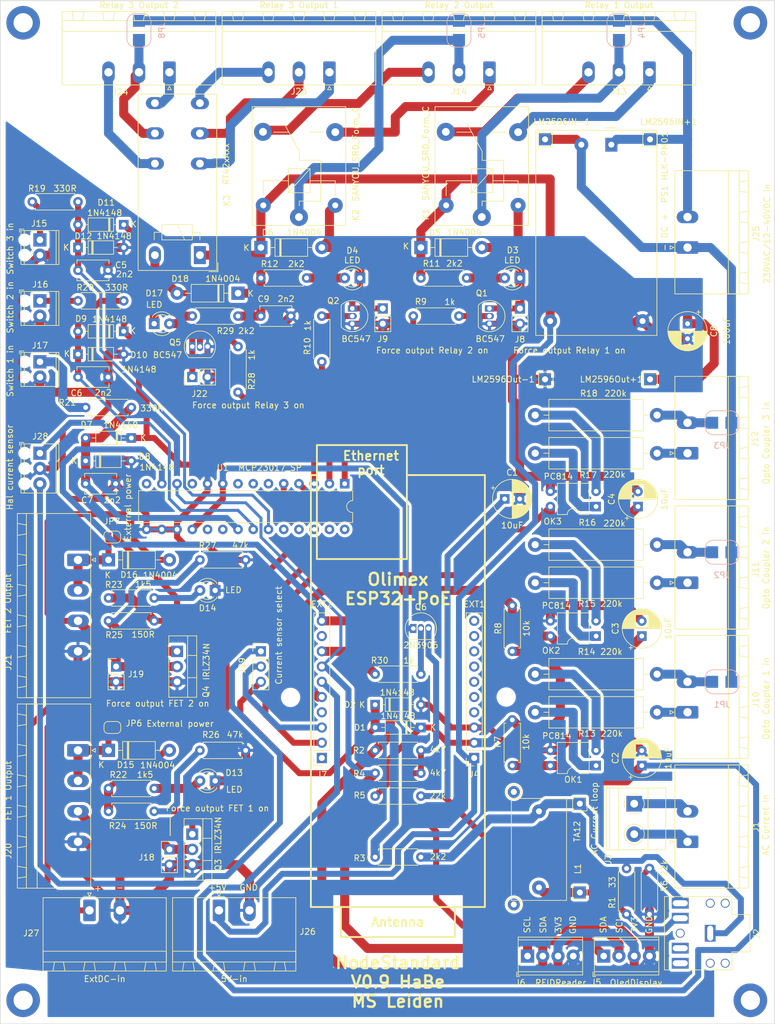
<source format=kicad_pcb>
(kicad_pcb (version 20211014) (generator pcbnew)
  (title_block (title "Node Standard") (date "2021-04-23") (rev "V0.9") (company "MakerSpace Leiden") (comment 1 "Getekend door: Hans Beerman"))
  (layers (0 "F.Cu" signal) (31 "B.Cu" signal) (34 "B.Paste" user) (35 "F.Paste" user) (36 "B.SilkS" user "B.Silkscreen") (37 "F.SilkS" user "F.Silkscreen") (38 "B.Mask" user) (39 "F.Mask" user) (44 "Edge.Cuts" user))
  (net 0 "")
  (net 1 "GND")
  (net 2 "Switch1")
  (net 3 "Switch2")
  (net 4 "Switch3")
  (net 5 "GPIO32")
  (net 6 "GPIO33")
  (net 7 "GPI36_U1RXD")
  (net 8 "+5V")
  (net 9 "Net-(D3-Pad2)")
  (net 10 "GPI35")
  (net 11 "+3V3")
  (net 12 "Net-(D17-Pad2)")
  (net 13 "Net-(D17-Pad1)")
  (net 14 "GPIO13_I2C-SDA")
  (net 15 "GPIO15_HS2_CMD")
  (net 16 "GPIO16_I2C-SCL")
  (net 17 "Net-(J11-Pad2)")
  (net 18 "Net-(J11-Pad1)")
  (net 19 "Net-(J12-Pad2)")
  (net 20 "Net-(J12-Pad1)")
  (net 21 "Net-(J13-Pad3)")
  (net 22 "Net-(J13-Pad2)")
  (net 23 "Net-(J13-Pad1)")
  (net 24 "Net-(J14-Pad2)")
  (net 25 "Net-(J14-Pad1)")
  (net 26 "Net-(J15-Pad1)")
  (net 27 "230VAC-N")
  (net 28 "230VAC-L")
  (net 29 "ExternalDCPower")
  (net 30 "Net-(OK1-Pad2)")
  (net 31 "Net-(OK1-Pad1)")
  (net 32 "Net-(OK2-Pad2)")
  (net 33 "Net-(OK2-Pad1)")
  (net 34 "Net-(OK3-Pad2)")
  (net 35 "Net-(OK3-Pad1)")
  (net 36 "Net-(Q1-Pad2)")
  (net 37 "Net-(Q2-Pad2)")
  (net 38 "Net-(Q3-Pad1)")
  (net 39 "Net-(Q4-Pad1)")
  (net 40 "Net-(Q5-Pad2)")
  (net 41 "Relay1")
  (net 42 "Relay2")
  (net 43 "FET1")
  (net 44 "FET2")
  (net 45 "Relay3")
  (net 46 "Net-(C1-Pad1)")
  (net 47 "Net-(D3-Pad1)")
  (net 48 "Net-(D4-Pad2)")
  (net 49 "Net-(D4-Pad1)")
  (net 50 "Net-(D13-Pad2)")
  (net 51 "Net-(D14-Pad2)")
  (net 52 "Net-(D15-Pad2)")
  (net 53 "Net-(D15-Pad1)")
  (net 54 "Net-(D16-Pad2)")
  (net 55 "Net-(D16-Pad1)")
  (net 56 "Net-(J1-Pad2)")
  (net 57 "Net-(J1-Pad1)")
  (net 58 "Net-(J2-PadS)")
  (net 59 "Net-(J2-PadTN)")
  (net 60 "Net-(J10-Pad2)")
  (net 61 "Net-(J10-Pad1)")
  (net 62 "Net-(J14-Pad3)")
  (net 63 "Net-(J16-Pad1)")
  (net 64 "Net-(J17-Pad1)")
  (net 65 "Net-(J23-Pad3)")
  (net 66 "Net-(J23-Pad2)")
  (net 67 "Net-(J23-Pad1)")
  (net 68 "Net-(J24-Pad3)")
  (net 69 "Net-(J24-Pad2)")
  (net 70 "Net-(J24-Pad1)")
  (net 71 "Net-(D1-Pad2)")
  (net 72 "Net-(J28-Pad3)")
  (net 73 "Net-(Q6-Pad2)")
  (net 74 "Net-(J5-Pad3)")
  (footprint "Capacitor_THT:C_Disc_D5.1mm_W3.2mm_P5.00mm" (layer "F.Cu") (at 40.005 102.235)
    (fp_text reference "C7")
    (fp_text value "2n2")
  )
  (footprint "Capacitor_THT:CP_Radial_D6.3mm_P2.50mm" (layer "F.Cu") (at 109.855 104.775)
    (fp_text reference "C1")
    (fp_text value "10uF")
  )
  (footprint "Capacitor_THT:C_Disc_D5.1mm_W3.2mm_P5.00mm" (layer "F.Cu") (at 38.735 84.455)
    (fp_text reference "C6")
    (fp_text value "2n2")
  )
  (footprint "Capacitor_THT:C_Disc_D5.1mm_W3.2mm_P5.00mm" (layer "F.Cu") (at 38.735 66.675)
    (fp_text reference "C5")
    (fp_text value "2n2")
  )
  (footprint "Capacitor_THT:CP_Radial_D6.3mm_P2.50mm" (layer "F.Cu") (at 132.715 149.225 90)
    (fp_text reference "C2")
    (fp_text value "10uF")
  )
  (footprint "Capacitor_THT:CP_Radial_D6.3mm_P2.50mm" (layer "F.Cu") (at 132.715 127.635 90)
    (fp_text reference "C3")
    (fp_text value "10uF")
  )
  (footprint "Capacitor_THT:CP_Radial_D6.3mm_P2.50mm" (layer "F.Cu") (at 132.08 106.045 90)
    (fp_text reference "C4")
    (fp_text value "10uF")
  )
  (footprint "Capacitor_THT:CP_Radial_D6.3mm_P2.50mm" (layer "F.Cu") (at 140.335 75.565 -90)
    (fp_text reference "C8")
    (fp_text value "100uF")
  )
  (footprint "Capacitor_THT:C_Disc_D5.1mm_W3.2mm_P5.00mm" (layer "F.Cu") (at 69.215 74.295)
    (fp_text reference "C9")
    (fp_text value "2n2")
  )
  (footprint "Diode_THT:D_DO-41_SOD81_P10.16mm_Horizontal" (layer "F.Cu") (at 95.885 62.865)
    (fp_text reference "D5")
    (fp_text value "1N4004")
  )
  (footprint "LED_THT:LED_D3.0mm" (layer "F.Cu") (at 85.725 67.945 180)
    (fp_text reference "D4")
    (fp_text value "LED")
  )
  (footprint "LED_THT:LED_D3.0mm" (layer "F.Cu") (at 112.395 67.945 180)
    (fp_text reference "D3")
    (fp_text value "LED")
  )
  (footprint "Diode_THT:D_DO-41_SOD81_P10.16mm_Horizontal" (layer "F.Cu") (at 69.215 62.865)
    (fp_text reference "D6")
    (fp_text value "1N4004")
  )
  (footprint "LED_THT:LED_D3.0mm" (layer "F.Cu") (at 61.595 151.765 180)
    (fp_text reference "D13")
    (fp_text value "LED")
  )
  (footprint "LED_THT:LED_D3.0mm" (layer "F.Cu") (at 61.595 120.015 180)
    (fp_text reference "D14")
    (fp_text value "LED")
  )
  (footprint "Diode_THT:D_DO-41_SOD81_P10.16mm_Horizontal" (layer "F.Cu") (at 43.815 146.685)
    (fp_text reference "D15")
    (fp_text value "1N4004")
  )
  (footprint "Diode_THT:D_DO-41_SOD81_P10.16mm_Horizontal" (layer "F.Cu") (at 43.815 114.935)
    (fp_text reference "D16")
    (fp_text value "1N4004")
  )
  (footprint "Diode_THT:D_DO-35_SOD27_P7.62mm_Horizontal" (layer "F.Cu") (at 95.885 142.875 180)
    (fp_text reference "D1")
    (fp_text value "1N4148")
  )
  (footprint "Diode_THT:D_DO-35_SOD27_P7.62mm_Horizontal" (layer "F.Cu") (at 88.265 139.065)
    (fp_text reference "D2")
    (fp_text value "1N4148")
  )
  (footprint "Diode_THT:D_DO-35_SOD27_P7.62mm_Horizontal" (layer "F.Cu") (at 47.625 94.615 180)
    (fp_text reference "D7")
    (fp_text value "1N4148")
  )
  (footprint "Diode_THT:D_DO-35_SOD27_P7.62mm_Horizontal" (layer "F.Cu") (at 40.005 98.425)
    (fp_text reference "D8")
    (fp_text value "1N4148")
  )
  (footprint "Diode_THT:D_DO-35_SOD27_P7.62mm_Horizontal" (layer "F.Cu") (at 46.355 76.835 180)
    (fp_text reference "D9")
    (fp_text value "1N4148")
  )
  (footprint "Diode_THT:D_DO-35_SOD27_P7.62mm_Horizontal" (layer "F.Cu") (at 38.735 80.645)
    (fp_text reference "D10")
    (fp_text value "1N4148")
  )
  (footprint "Diode_THT:D_DO-35_SOD27_P7.62mm_Horizontal" (layer "F.Cu") (at 46.355 59.055 180)
    (fp_text reference "D11")
    (fp_text value "1N4148")
  )
  (footprint "Diode_THT:D_DO-35_SOD27_P7.62mm_Horizontal" (layer "F.Cu") (at 38.735 62.865)
    (fp_text reference "D12")
    (fp_text value "1N4148")
  )
  (footprint "LED_THT:LED_D3.0mm" (layer "F.Cu") (at 51.435 75.565)
    (fp_text reference "D17")
    (fp_text value "LED")
  )
  (footprint "Diode_THT:D_DO-41_SOD81_P10.16mm_Horizontal" (layer "F.Cu") (at 65.405 70.485 180)
    (fp_text reference "D18")
    (fp_text value "1N4004")
  )
  (footprint "Connector_PinSocket_2.54mm:PinSocket_1x10_P2.54mm_Vertical" (layer "F.Cu") (at 104.775 147.955 180)
    (fp_text reference "J4")
    (fp_text value "EXT1")
  )
  (footprint "Connector_PinSocket_2.54mm:PinSocket_1x10_P2.54mm_Vertical" (layer "F.Cu") (at 79.375 147.955 180)
    (fp_text reference "J7")
    (fp_text value "EXT2")
  )
  (footprint "Connector_Phoenix_MSTB:PhoenixContact_MSTB_2,5_2-GF-5,08_1x02_P5.08mm_Horizontal_ThreadedFlange" (layer "F.Cu") (at 140.335 161.925 90)
    (fp_text reference "J1")
    (fp_text value "AC Current In")
  )
  (footprint "Footprints:Jack_3.5mm_CUI_FEMPM_Horizontal" (layer "F.Cu") (at 145.415 177.165 -90)
    (fp_text reference "J2")
    (fp_text value "Current coil in")
  )
  (footprint "TerminalBlock_Phoenix:TerminalBlock_Phoenix_MKDS-1,5-2-5.08_1x02_P5.08mm_Horizontal" (layer "F.Cu") (at 131.445 155.575 -90)
    (fp_text reference "J3")
    (fp_text value "AC Current loop")
  )
  (footprint "TerminalBlock_Phoenix:TerminalBlock_Phoenix_MPT-0,5-4-2.54_1x04_P2.54mm_Horizontal" (layer "F.Cu") (at 126.365 180.975)
    (fp_text reference "J5")
    (fp_text value "OledDisplay")
  )
  (footprint "TerminalBlock_Phoenix:TerminalBlock_Phoenix_MPT-0,5-4-2.54_1x04_P2.54mm_Horizontal" (layer "F.Cu") (at 113.665 180.975)
    (fp_text reference "J6")
    (fp_text value "RFIDReader")
  )
  (footprint "Connector_PinHeader_2.54mm:PinHeader_1x02_P2.54mm_Vertical" (layer "F.Cu") (at 89.535 73.025)
    (fp_text reference "J9")
    (fp_text value "Force output Relay 2 on")
  )
  (footprint "Connector_Phoenix_MSTB:PhoenixContact_MSTB_2,5_2-GF-5,08_1x02_P5.08mm_Horizontal_ThreadedFlange" (layer "F.Cu") (at 140.335 97.155 90)
    (fp_text reference "J12")
    (fp_text value "Opto Coupler 3 in")
  )
  (footprint "Connector_Phoenix_MSTB:PhoenixContact_MSTB_2,5_3-GF-5,08_1x03_P5.08mm_Horizontal_ThreadedFlange" (layer "F.Cu") (at 133.985 33.655 180)
    (fp_text reference "J13")
    (fp_text value "Relay 1 Output")
  )
  (footprint "Connector_Phoenix_MSTB:PhoenixContact_MSTB_2,5_3-GF-5,08_1x03_P5.08mm_Horizontal_ThreadedFlange" (layer "F.Cu") (at 107.315 33.655 180)
    (fp_text reference "J14")
    (fp_text value "Relay 2 Output")
  )
  (footprint "Connector_Phoenix_MSTB:PhoenixContact_MSTB_2,5_2-GF-5,08_1x02_P5.08mm_Horizontal_ThreadedFlange" (layer "F.Cu") (at 140.335 140.335 90)
    (fp_text reference "J10")
    (fp_text value "Opto Coupler 1 in")
  )
  (footprint "Connector_Phoenix_MSTB:PhoenixContact_MSTB_2,5_2-GF-5,08_1x02_P5.08mm_Horizontal_ThreadedFlange" (layer "F.Cu") (at 140.335 118.745 90)
    (fp_text reference "J11")
    (fp_text value "Opto Coupler 2 in")
  )
  (footprint "TerminalBlock_Phoenix:TerminalBlock_Phoenix_MPT-0,5-2-2.54_1x02_P2.54mm_Horizontal" (layer "F.Cu") (at 32.385 81.915 -90)
    (fp_text reference "J17")
    (fp_text value "Switch 1 in")
  )
  (footprint "TerminalBlock_Phoenix:TerminalBlock_Phoenix_MPT-0,5-2-2.54_1x02_P2.54mm_Horizontal" (layer "F.Cu") (at 32.385 71.755 -90)
    (fp_text reference "J16")
    (fp_text value "Switch 2 in")
  )
  (footprint "TerminalBlock_Phoenix:TerminalBlock_Phoenix_MPT-0,5-2-2.54_1x02_P2.54mm_Horizontal" (layer "F.Cu") (at 32.385 61.595 -90)
    (fp_text reference "J15")
    (fp_text value "Switch 3 in")
  )
  (footprint "Connector_PinHeader_2.54mm:PinHeader_1x02_P2.54mm_Vertical" (layer "F.Cu") (at 53.975 163.195)
    (fp_text reference "J18")
    (fp_text value "Force output FET 1 on")
  )
  (footprint "Connector_PinHeader_2.54mm:PinHeader_1x02_P2.54mm_Vertical" (layer "F.Cu") (at 112.395 73.025)
    (fp_text reference "J8")
    (fp_text value "Force output Relay 1 on")
  )
  (footprint "Connector_PinHeader_2.54mm:PinHeader_1x02_P2.54mm_Vertical" (layer "F.Cu") (at 45.085 132.715)
    (fp_text reference "J19")
    (fp_text value "Force output FET 2 on")
  )
  (footprint "Connector_Phoenix_MSTB:PhoenixContact_MSTB_2,5_4-GF-5,08_1x04_P5.08mm_Horizontal_ThreadedFlange" (layer "F.Cu") (at 38.735 146.685 -90)
    (fp_text reference "J20")
    (fp_text value "FET 1 Output")
  )
  (footprint "Connector_Phoenix_MSTB:PhoenixContact_MSTB_2,5_4-GF-5,08_1x04_P5.08mm_Horizontal_ThreadedFlange" (layer "F.Cu") (at 38.735 114.935 -90)
    (fp_text reference "J21")
    (fp_text value "FET 2 Output")
  )
  (footprint "Connector_Phoenix_MSTB:PhoenixContact_MSTB_2,5_2-GF-5,08_1x02_P5.08mm_Horizontal_ThreadedFlange" (layer "F.Cu") (at 140.335 62.865 90)
    (fp_text reference "J25")
    (fp_text value "230VAC/12-40VDC in")
  )
  (footprint "Connector_Phoenix_MSTB:PhoenixContact_MSTB_2,5_2-GF-5,08_1x02_P5.08mm_Horizontal_ThreadedFlange" (layer "F.Cu") (at 62.23 173.355)
    (fp_text reference "J26")
    (fp_text value "5V-in")
  )
  (footprint "Connector_Phoenix_MSTB:PhoenixContact_MSTB_2,5_2-GF-5,08_1x02_P5.08mm_Horizontal_ThreadedFlange" (layer "F.Cu") (at 40.64 173.355)
    (fp_text reference "J27")
    (fp_text value "ExtDC-in")
  )
  (footprint "Connector_PinHeader_2.54mm:PinHeader_1x02_P2.54mm_Vertical" (layer "F.Cu") (at 57.785 84.455 90)
    (fp_text reference "J22")
    (fp_text value "Force output Relay 3 on")
  )
  (footprint "Connector_Phoenix_MSTB:PhoenixContact_MSTB_2,5_3-GF-5,08_1x03_P5.08mm_Horizontal_ThreadedFlange" (layer "F.Cu") (at 80.645 33.655 180)
    (fp_text reference "J23")
    (fp_text value "Relay 3 Output 1")
  )
  (footprint "Connector_Phoenix_MSTB:PhoenixContact_MSTB_2,5_3-GF-5,08_1x03_P5.08mm_Horizontal_ThreadedFlange" (layer "F.Cu") (at 53.975 33.655 180)
    (fp_text reference "J24")
    (fp_text value "Relay 3 Output 2")
  )
  (footprint "Jumper:SolderJumper-2_P1.3mm_Open_RoundedPad1.0x1.5mm" (layer "F.Cu") (at 44.465 142.875 180)
    (fp_text reference "JP6")
    (fp_text value "External power")
  )
  (footprint "Jumper:SolderJumper-2_P1.3mm_Open_RoundedPad1.0x1.5mm" (layer "F.Cu") (at 44.435 111.125 180)
    (fp_text reference "JP7")
    (fp_text value "External power")
  )
  (footprint "Relay_THT:Relay_SPDT_SANYOU_SRD_Series_Form_C" (layer "F.Cu") (at 106.045 57.785 90)
    (fp_text reference "K1")
    (fp_text value "SANYOU_SRD_Form_C")
  )
  (footprint "Relay_THT:Relay_SPDT_SANYOU_SRD_Series_Form_C" (layer "F.Cu") (at 75.565 57.785 90)
    (fp_text reference "K2")
    (fp_text value "SANYOU_SRD_Form_C")
  )
  (footprint "Relay_THT:Relay_DPDT_Schrack-RT2-FormC_RM5mm" (layer "F.Cu") (at 59.055 64.135 90)
    (fp_text reference "K3")
    (fp_text value "RT42xAxx")
  )
  (footprint "Footprints:TA12-100" (layer "F.Cu") (at 115.57 163.195 90)
    (fp_text reference "L1")
    (fp_text value "TA12")
  )
  (footprint "Package_DIP:DIP-4_W7.62mm" (layer "F.Cu") (at 125.095 149.225 180)
    (fp_text reference "OK1")
    (fp_text value "PC814")
  )
  (footprint "Package_DIP:DIP-4_W7.62mm" (layer "F.Cu") (at 125.095 127.635 180)
    (fp_text reference "OK2")
    (fp_text value "PC814")
  )
  (footprint "Package_DIP:DIP-4_W7.62mm" (layer "F.Cu") (at 125.095 106.045 180)
    (fp_text reference "OK3")
    (fp_text value "PC814")
  )
  (footprint "Converter_ACDC:Converter_ACDC_HiLink_HLK-PMxx" (layer "F.Cu") (at 127.635 45.72 -90)
    (fp_text reference "PS1")
    (fp_text value "HLK-PM01")
  )
  (footprint "Package_TO_SOT_THT:TO-92_Inline" (layer "F.Cu") (at 84.455 73.025 -90)
    (fp_text reference "Q2")
    (fp_text value "BC547")
  )
  (footprint "Package_TO_SOT_THT:TO-92_Inline" (layer "F.Cu") (at 107.315 73.025 -90)
    (fp_text reference "Q1")
    (fp_text value "BC547")
  )
  (footprint "Package_TO_SOT_THT:TO-220-3_Vertical" (layer "F.Cu") (at 57.785 160.655 -90)
    (fp_text reference "Q3")
    (fp_text value "IRLZ34N")
  )
  (footprint "Package_TO_SOT_THT:TO-220-3_Vertical" (layer "F.Cu") (at 55.245 130.175 -90)
    (fp_text reference "Q4")
    (fp_text value "IRLZ34N")
  )
  (footprint "Package_TO_SOT_THT:TO-92_Inline" (layer "F.Cu") (at 57.785 79.375)
    (fp_text reference "Q5")
    (fp_text value "BC547")
  )
  (footprint "Resistor_THT:R_Axial_DIN0207_L6.3mm_D2.5mm_P7.62mm_Horizontal" (layer "F.Cu") (at 130.175 166.37 -90)
    (fp_text reference "R1")
    (fp_text value "33")
  )
  (footprint "Resistor_THT:R_Axial_DIN0207_L6.3mm_D2.5mm_P7.62mm_Horizontal" (layer "F.Cu") (at 95.885 146.685 180)
    (fp_text reference "R2")
    (fp_text value "4k7")
  )
  (footprint "Resistor_THT:R_Axial_DIN0207_L6.3mm_D2.5mm_P7.62mm_Horizontal" (layer "F.Cu") (at 40.005 89.535)
    (fp_text reference "R21")
    (fp_text value "330R")
  )
  (footprint "Resistor_THT:R_Axial_DIN0207_L6.3mm_D2.5mm_P7.62mm_Horizontal" (layer "F.Cu") (at 95.885 150.495 180)
    (fp_text reference "R4")
    (fp_text value "4k7")
  )
  (footprint "Resistor_THT:R_Axial_DIN0207_L6.3mm_D2.5mm_P7.62mm_Horizontal" (layer "F.Cu") (at 88.265 154.305)
    (fp_text reference "R5")
    (fp_text value "22k")
  )
  (footprint "Resistor_THT:R_Axial_DIN0516_L15.5mm_D5.0mm_P20.32mm_Horizontal" (layer "F.Cu") (at 135.255 133.985 180)
    (fp_text reference "R14")
    (fp_text value "220k")
  )
  (footprint "Resistor_THT:R_Axial_DIN0516_L15.5mm_D5.0mm_P20.32mm_Horizontal" (layer "F.Cu") (at 135.255 140.335 180)
    (fp_text reference "R13")
    (fp_text value "220k")
  )
  (footprint "Resistor_THT:R_Axial_DIN0516_L15.5mm_D5.0mm_P20.32mm_Horizontal" (layer "F.Cu") (at 135.255 112.395 180)
    (fp_text reference "R16")
    (fp_text value "220k")
  )
  (footprint "Resistor_THT:R_Axial_DIN0516_L15.5mm_D5.0mm_P20.32mm_Horizontal" (layer "F.Cu") (at 135.255 118.745 180)
    (fp_text reference "R15")
    (fp_text value "220k")
  )
  (footprint "Resistor_THT:R_Axial_DIN0207_L6.3mm_D2.5mm_P7.62mm_Horizontal" (layer "F.Cu") (at 95.885 67.945)
    (fp_text reference "R11")
    (fp_text value "2k2")
  )
  (footprint "Resistor_THT:R_Axial_DIN0207_L6.3mm_D2.5mm_P7.62mm_Horizontal" (layer "F.Cu") (at 102.235 74.295 180)
    (fp_text reference "R9")
    (fp_text value "1k")
  )
  (footprint "Resistor_THT:R_Axial_DIN0207_L6.3mm_D2.5mm_P7.62mm_Horizontal" (layer "F.Cu") (at 133.985 166.37 -90)
    (fp_text reference "R6")
    (fp_text value "22k")
  )
  (footprint "Resistor_THT:R_Axial_DIN0207_L6.3mm_D2.5mm_P7.62mm_Horizontal" (layer "F.Cu") (at 79.375 74.295 -90)
    (fp_text reference "R10")
    (fp_text value "1k")
  )
  (footprint "Resistor_THT:R_Axial_DIN0207_L6.3mm_D2.5mm_P7.62mm_Horizontal" (layer "F.Cu") (at 69.215 67.945)
    (fp_text reference "R12")
    (fp_text value "2k2")
  )
  (footprint "Resistor_THT:R_Axial_DIN0516_L15.5mm_D5.0mm_P20.32mm_Horizontal" (layer "F.Cu") (at 135.255 97.155 180)
    (fp_text reference "R17")
    (fp_text value "220k")
  )
  (footprint "Resistor_THT:R_Axial_DIN0516_L15.5mm_D5.0mm_P20.32mm_Horizontal" (layer "F.Cu") (at 135.255 90.805 180)
    (fp_text reference "R18")
    (fp_text value "220k")
  )
  (footprint "Resistor_THT:R_Axial_DIN0207_L6.3mm_D2.5mm_P7.62mm_Horizontal" (layer "F.Cu") (at 43.815 153.035)
    (fp_text reference "R22")
    (fp_text value "1k5")
  )
  (footprint "Resistor_THT:R_Axial_DIN0207_L6.3mm_D2.5mm_P7.62mm_Horizontal" (layer "F.Cu") (at 43.815 121.285)
    (fp_text reference "R23")
    (fp_text value "1k5")
  )
  (footprint "Resistor_THT:R_Axial_DIN0207_L6.3mm_D2.5mm_P7.62mm_Horizontal" (layer "F.Cu") (at 38.735 71.755)
    (fp_text reference "R20")
    (fp_text value "330R")
  )
  (footprint "Resistor_THT:R_Axial_DIN0207_L6.3mm_D2.5mm_P7.62mm_Horizontal" (layer "F.Cu") (at 31.115 55.245)
    (fp_text reference "R19")
    (fp_text value "330R")
  )
  (footprint "Resistor_THT:R_Axial_DIN0207_L6.3mm_D2.5mm_P7.62mm_Horizontal" (layer "F.Cu") (at 51.435 156.845 180)
    (fp_text reference "R24")
    (fp_text value "150R")
  )
  (footprint "Resistor_THT:R_Axial_DIN0207_L6.3mm_D2.5mm_P7.62mm_Horizontal" (layer "F.Cu") (at 43.815 125.095)
    (fp_text reference "R25")
    (fp_text value "150R")
  )
  (footprint "Resistor_THT:R_Axial_DIN0207_L6.3mm_D2.5mm_P7.62mm_Horizontal" (layer "F.Cu") (at 59.055 146.685)
    (fp_text reference "R26")
    (fp_text value "47k")
  )
  (footprint "Resistor_THT:R_Axial_DIN0207_L6.3mm_D2.5mm_P7.62mm_Horizontal" (layer "F.Cu") (at 59.055 114.935)
    (fp_text reference "R27")
    (fp_text value "47k")
  )
  (footprint "Resistor_THT:R_Axial_DIN0207_L6.3mm_D2.5mm_P7.62mm_Horizontal" (layer "F.Cu") (at 88.265 164.465)
    (fp_text reference "R3")
    (fp_text value "2k2")
  )
  (footprint "Resistor_THT:R_Axial_DIN0207_L6.3mm_D2.5mm_P7.62mm_Horizontal" (layer "F.Cu") (at 111.125 141.605 -90)
    (fp_text reference "R7")
    (fp_text value "10k")
  )
  (footprint "Resistor_THT:R_Axial_DIN0207_L6.3mm_D2.5mm_P7.62mm_Horizontal" (layer "F.Cu") (at 111.125 130.175 90)
    (fp_text reference "R8")
    (fp_text value "10k")
  )
  (footprint "Resistor_THT:R_Axial_DIN0207_L6.3mm_D2.5mm_P7.62mm_Horizontal" (layer "F.Cu") (at 65.405 79.375 -90)
    (fp_text reference "R28")
    (fp_text value "1k")
  )
  (footprint "Resistor_THT:R_Axial_DIN0207_L6.3mm_D2.5mm_P7.62mm_Horizontal" (layer "F.Cu") (at 65.405 74.295 180)
    (fp_text reference "R29")
    (fp_text value "2k2")
  )
  (footprint "Package_DIP:DIP-28_W7.62mm" (layer "F.Cu") (at 83.185 102.235 -90)
    (fp_text reference "U1")
    (fp_text value "MCP23017_SP")
  )
  (footprint "TerminalBlock_Phoenix:TerminalBlock_Phoenix_MPT-0,5-3-2.54_1x03_P2.54mm_Horizontal" (layer "F.Cu") (at 32.385 97.155 -90)
    (fp_text reference "J28")
    (fp_text value "Hal current sensor")
  )
  (footprint "Connector_PinHeader_2.54mm:PinHeader_1x03_P2.54mm_Vertical" (layer "F.Cu") (at 69.215 130.175)
    (fp_text reference "J29")
    (fp_text value "Current sensor select")
  )
  (footprint "MountingHole:MountingHole_3.2mm_M3_DIN965_Pad" (layer "F.Cu") (at 29.591 25.4)
    (fp_text reference "REF**" hide)
    (fp_text value "MountingHole_3.2mm_M3_DIN965_Pad" hide)
  )
  (footprint "MountingHole:MountingHole_3.2mm_M3_DIN965_Pad" (layer "F.Cu") (at 150.8125 25.4)
    (fp_text reference "REF**" hide)
    (fp_text value "MountingHole_3.2mm_M3_DIN965_Pad" hide)
  )
  (footprint "MountingHole:MountingHole_3.2mm_M3_DIN965_Pad" (layer "F.Cu") (at 29.591 188.341)
    (fp_text reference "REF**" hide)
    (fp_text value "MountingHole_3.2mm_M3_DIN965_Pad" hide)
  )
  (footprint "MountingHole:MountingHole_3.2mm_M3_DIN965_Pad" (layer "F.Cu") (at 150.8125 188.341)
    (fp_text reference "REF**" hide)
    (fp_text value "MountingHole_3.2mm_M3_DIN965_Pad" hide)
  )
  (footprint "MountingHole:MountingHole_2.2mm_M2_DIN965" (layer "F.Cu") (at 74.168 137.8585)
    (fp_text reference "REF**" hide)
    (fp_text value "MountingHole_2.2mm_M2_DIN965" hide)
  )
  (footprint "MountingHole:MountingHole_2.2mm_M2_DIN965" (layer "F.Cu") (at 110.109 137.795)
    (fp_text reference "REF**" hide)
    (fp_text value "MountingHole_2.2mm_M2_DIN965" hide)
  )
  (footprint "Package_TO_SOT_THT:TO-92_Inline" (layer "F.Cu") (at 94.615 126.365)
    (fp_text reference "Q6")
    (fp_text value "2N3906")
  )
  (footprint "Resistor_THT:R_Axial_DIN0207_L6.3mm_D2.5mm_P7.62mm_Horizontal" (layer "F.Cu") (at 88.265 133.985)
    (fp_text reference "R30")
    (fp_text value "1k")
  )
  (footprint "TestPoint:TestPoint_THTPad_2.0x2.0mm_Drill1.0mm" (layer "F.Cu") (at 134.086 44.831)
    (fp_text reference "LM2596IN+1")
    (fp_text value "IN+")
  )
  (footprint "TestPoint:TestPoint_THTPad_2.0x2.0mm_Drill1.0mm" (layer "F.Cu") (at 116.586 44.831)
    (fp_text reference "LM2596IN-1")
    (fp_text value "IN-")
  )
  (footprint "TestPoint:TestPoint_THTPad_2.0x2.0mm_Drill1.0mm" (layer "F.Cu") (at 134.086 84.831)
    (fp_text reference "LM2596Out+1")
    (fp_text value "Out+")
  )
  (footprint "TestPoint:TestPoint_THTPad_2.0x2.0mm_Drill1.0mm" (layer "F.Cu") (at 116.713 84.831)
    (fp_text reference "LM2596Out-1")
    (fp_text value "OUT-")
  )
  (footprint "TestPoint:TestPoint_THTPad_2.0x2.0mm_Drill1.0mm" (layer "F.Cu") (at 122.38 170.375)
    (fp_text reference "TP5" hide)
    (fp_text value "La")
  )
  (footprint "TestPoint:TestPoint_THTPad_2.0x2.0mm_Drill1.0mm" (layer "F.Cu") (at 122.38 155.575)
    (fp_text reference "TP6" hide)
    (fp_text value "Lb")
  )
  (footprint "TestPoint:TestPoint_THTPad_D2.0mm_Drill1.0mm" (layer "F.Cu") (at 111.38 153.615)
    (fp_text reference "REF**" hide)
    (fp_text value "TestPoint_THTPad_D2.0mm_Drill1.0mm" hide)
  )
  (footprint "TestPoint:TestPoint_THTPad_D2.0mm_Drill1.0mm" (layer "F.Cu") (at 111.38 172.375)
    (fp_text reference "REF**" hide)
    (fp_text value "TestPoint_THTPad_D2.0mm_Drill1.0mm" hide)
  )
  (footprint "Footprints:SolderJumper-2_P3mm_Open_RoundedPad" (layer "B.Cu") (at 146.05 135.255)
    (fp_text reference "JP1")
    (fp_text value "230VAC-N")
  )
  (footprint "Footprints:SolderJumper-2_P3mm_Open_RoundedPad" (layer "B.Cu") (at 146.05 113.665)
    (fp_text reference "JP2")
    (fp_text value "230VAC-N")
  )
  (footprint "Footprints:SolderJumper-2_P3mm_Open_RoundedPad" (layer "B.Cu") (at 146.05 92.075)
    (fp_text reference "JP3")
    (fp_text value "230VAC-N")
  )
  (footprint "Footprints:SolderJumper-2_P3mm_Open_RoundedPad" (layer "B.Cu") (at 128.905 26.67 90)
    (fp_text reference "JP4")
    (fp_text value "230VAC-L")
  )
  (footprint "Footprints:SolderJumper-2_P3mm_Open_RoundedPad" (layer "B.Cu") (at 102.235 26.67 90)
    (fp_text reference "JP5")
    (fp_text value "230VAC-L")
  )
  (footprint "Footprints:SolderJumper-2_P3mm_Open_RoundedPad" (layer "B.Cu") (at 48.895 26.67 90)
    (fp_text reference "JP8")
    (fp_text value "230VAC-L")
  )
  (gr_line (start 77.555 100.795) (end 78.555 100.795) (layer "F.SilkS") (width 0.3))
  (gr_line (start 78.555 95.795) (end 78.555 114.795) (layer "F.SilkS") (width 0.3))
  (gr_line (start 93.555 95.795) (end 93.555 114.795) (layer "F.SilkS") (width 0.3))
  (gr_line (start 106.555 172.795) (end 106.555 123.795) (layer "F.SilkS") (width 0.3))
  (gr_line (start 82.555 172.795) (end 82.555 177.795) (layer "F.SilkS") (width 0.3))
  (gr_line (start 93.555 114.795) (end 78.555 114.795) (layer "F.SilkS") (width 0.3))
  (gr_line (start 106.555 100.795) (end 106.555 123.795) (layer "F.SilkS") (width 0.3))
  (gr_line (start 101.555 177.795) (end 101.555 172.795) (layer "F.SilkS") (width 0.3))
  (gr_line (start 54.102 157.353) (end 54.102 160.909) (layer "F.SilkS") (width 0.15))
  (gr_line (start 77.555 100.795) (end 77.555 172.795) (layer "F.SilkS") (width 0.3))
  (gr_line (start 82.555 177.795) (end 101.555 177.795) (layer "F.SilkS") (width 0.3))
  (gr_line (start 77.555 172.795) (end 106.555 172.795) (layer "F.SilkS") (width 0.3))
  (gr_line (start 93.555 100.795) (end 106.555 100.795) (layer "F.SilkS") (width 0.3))
  (gr_line (start 78.555 95.795) (end 93.555 95.795) (layer "F.SilkS") (width 0.3))
  (gr_line (start 25.781 21.717) (end 25.781 192.278) (layer "Edge.Cuts") (width 0.1))
  (gr_line (start 154.813 192.278) (end 154.813 21.717) (layer "Edge.Cuts") (width 0.1))
  (gr_line (start 154.813 21.717) (end 25.781 21.717) (layer "Edge.Cuts") (width 0.1))
  (gr_line (start 25.781 192.278) (end 154.813 192.278) (layer "Edge.Cuts") (width 0.1))
  (gr_text "GND" (at 121.2215 175.768 90) (layer "F.SilkS") (effects (font (size 1 1))))
  (gr_text "SDA" (at 126.3015 175.768 90) (layer "F.SilkS") (effects (font (size 1 1))))
  (gr_text "GND" (at 133.9215 175.768 90) (layer "F.SilkS") (effects (font (size 1 1))))
  (gr_text "SCL" (at 128.9685 175.768 90) (layer "F.SilkS") (effects (font (size 1 1))))
  (gr_text "3V3" (at 131.5085 175.768 90) (layer "F.SilkS") (effects (font (size 1 1))))
  (gr_text "NodeStandard\nV0.9 HaBe\nMS Leiden\n" (at 92.055 185.295) (layer "F.SilkS") (effects (font (size 2 2) (thickness 0.4))))
  (gr_text "+5V" (at 61.976 169.545) (layer "F.SilkS") (effects (font (size 1 1))))
  (gr_text "GND" (at 67.183 169.545) (layer "F.SilkS") (effects (font (size 1 1))))
  (gr_text "+" (at 42.037 169.672) (layer "F.SilkS") (effects (font (size 1 1))))
  (gr_text "-" (at 45.72 169.545) (layer "F.SilkS") (effects (font (size 1 1))))
  (gr_text "DC" (at 136.525 60.325 90) (layer "F.SilkS") (effects (font (size 1 1))))
  (gr_text "Olimex\nESP32-PoE" (at 92.055 119.795) (layer "F.SilkS") (effects (font (size 2 2) (thickness 0.4))))
  (gr_text "Ethernet\nport" (at 87.555 98.795) (layer "F.SilkS") (effects (font (size 1.5 1.5) (thickness 0.3))))
  (gr_text "+" (at 136.525 57.785 90) (layer "F.SilkS") (effects (font (size 1 1))))
  (gr_text "SDA" (at 116.2685 175.768 90) (layer "F.SilkS") (effects (font (size 1 1))))
  (gr_text "Antenna" (at 92.055 175.295) (layer "F.SilkS") (effects (font (size 1.5 1.5) (thickness 0.3))))
  (gr_text "3V3" (at 118.8085 175.768 90) (layer "F.SilkS") (effects (font (size 1 1))))
  (gr_text "SCL" (at 113.6015 175.768 90) (layer "F.SilkS") (effects (font (size 1 1))))
  (gr_text "-" (at 136.525 62.865 90) (layer "F.SilkS") (effects (font (size 1 1))))
  (segment (start 90.805 75.565) (end 89.535 75.565) (width 1.5) (layer "F.Cu") (net 1))
  (segment (start 36.195 52.705) (end 36.195 64.135) (width 1.5) (layer "F.Cu") (net 1))
  (segment (start 67.31 167.64) (end 67.31 173.355) (width 1.5) (layer "F.Cu") (net 1))
  (segment (start 38.735 130.175) (end 38.735 132.715) (width 1.5) (layer "F.Cu") (net 1))
  (segment (start 55.245 111.125) (end 56.515 112.395) (width 1) (layer "F.Cu") (net 1))
  (segment (start 92.075 73.025) (end 92.075 74.295) (width 1.5) (layer "F.Cu") (net 1))
  (segment (start 55.245 109.855) (end 55.245 108.585) (width 1) (layer "F.Cu") (net 1))
  (segment (start 38.735 161.925) (end 40.005 161.925) (width 1.5) (layer "F.Cu") (net 1))
  (segment (start 52.705 109.855) (end 50.165 109.855) (width 1) (layer "F.Cu") (net 1))
  (segment (start 40.005 161.925) (end 45.72 167.64) (width 1.5) (layer "F.Cu") (net 1))
  (segment (start 111.125 78.105) (end 99.695 78.105) (width 1.5) (layer "F.Cu") (net 1))
  (segment (start 46.355 62.865) (end 43.815 62.865) (width 1.5) (layer "F.Cu") (net 1))
  (segment (start 43.815 84.535) (end 43.735 84.455) (width 1.5) (layer "F.Cu") (net 1))
  (segment (start 55.245 109.855) (end 55.245 111.125) (width 1) (layer "F.Cu") (net 1))
  (segment (start 140.168 78.232) (end 140.335 78.065) (width 1.5) (layer "F.Cu") (net 1))
  (segment (start 61.595 165.735) (end 65.405 165.735) (width 1.5) (layer "F.Cu") (net 1))
  (segment (start 28.344999 76.604999) (end 28.575 76.835) (width 1.5) (layer "F.Cu") (net 1))
  (segment (start 111.125 78.105) (end 111.125 84.328) (width 1.5) (layer "F.Cu") (net 1))
  (segment (start 28.575 76.835) (end 32.385 76.835) (width 1.5) (layer "F.Cu") (net 1))
  (segment (start 32.385 64.135) (end 28.344999 68.175001) (width 1.5) (layer "F.Cu") (net 1))
  (segment (start 117.475 125.095) (end 117.475 123.825) (width 1.5) (layer "F.Cu") (net 1))
  (segment (start 56.515 112.395) (end 60.325 112.395) (width 1) (layer "F.Cu") (net 1))
  (segment (start 111.125 84.328) (end 111.125 88.265) (width 1.5) (layer "F.Cu") (net 1))
  (segment (start 129.58 101.005) (end 128.905 100.33) (width 1.5) (layer "F.Cu") (net 1))
  (segment (start 71.795 78.065) (end 71.795 76.715) (width 1.5) (layer "F.Cu") (net 1))
  (segment (start 48.895 173.355) (end 53.975 168.275) (width 1.5) (layer "F.Cu") (net 1))
  (segment (start 53.975 168.275) (end 53.975 165.735) (width 1.5) (layer "F.Cu") (net 1))
  (segment (start 42.465 104.775) (end 45.005 102.235) (width 1) (layer "F.Cu") (net 1))
  (segment (start 41.275 135.255) (end 45.085 135.255) (width 1.5) (layer "F.Cu") (net 1))
  (segment (start 32.385 86.995) (end 32.385 84.455) (width 1.5) (layer "F.Cu") (net 1))
  (segment (start 88.225 78.065) (end 89.535 76.755) (width 1.5) (layer "F.Cu") (net 1))
  (segment (start 117.475 123.825) (end 118.745 122.555) (width 1.5) (layer "F.Cu") (net 1))
  (segment (start 36.195 93.345) (end 36.195 98.425) (width 1) (layer "F.Cu") (net 1))
  (segment (start 107.315 142.875) (end 106.045 142.875) (width 1) (layer "F.Cu") (net 1))
  (segment (start 39.6875 52.705) (end 36.195 52.705) (width 1.5) (layer "F.Cu") (net 1))
  (segment (start 43.735 84.455) (end 43.735 80.725) (width 1.5) (layer "F.Cu") (net 1))
  (segment (start 84.455 75.565) (end 89.535 75.565) (width 1) (layer "F.Cu") (net 1))
  (segment (start 60.325 84.455) (end 62.865 84.455) (width 1.5) (layer "F.Cu") (net 1))
  (segment (start 28.344999 68.175001) (end 28.344999 76.604999) (width 1.5) (layer "F.Cu") (net 1))
  (segment (start 43.735 58.34) (end 41.91 56.515) (width 1.5) (layer "F.Cu") (net 1))
  (segment (start 133.985 173.355) (end 133.985 180.975) (width 1.5) (layer "F.Cu") (net 1))
  (segment (start 37.465 104.775) (end 42.465 104.775) (width 1) (layer "F.Cu") (net 1))
  (segment (start 118.745 122.555) (end 130.135 122.555) (width 1.5) (layer "F.Cu") (net 1))
  (segment (start 43.735 62.945) (end 43.735 58.34) (width 1.5) (layer "F.Cu") (net 1))
  (segment (start 117.475 146.685) (end 111.125 146.685) (width 1) (layer "F.Cu") (net 1))
  (segment (start 71.795 83.185) (end 71.795 78.065) (width 1.5) (layer "F.Cu") (net 1))
  (segment (start 117.475 102.315) (end 117.475 103.505) (width 1.5) (layer "F.Cu") (net 1))
  (segment (start 130.135 122.555) (end 132.715 125.135) (width 1.5) (layer "F.Cu") (net 1))
  (segment (start 32.385 86.995) (end 43.815 86.995) (width 1.5) (layer "F.Cu") (net 1))
  (segment (start 60.325 103.505) (end 60.325 102.235) (width 1) (layer "F.Cu") (net 1))
  (segment (start 89.535 76.755) (end 89.535 75.565) (width 1.5) (layer "F.Cu") (net 1))
  (segment (start 45.72 173.355) (end 48.895 173.355) (width 1.5) (layer "F.Cu") (net 1))
  (segment (start 28.344999 86.764999) (end 28.575 86.995) (width 1.5) (layer "F.Cu") (net 1))
  (segment (start 130.175 144.145) (end 130.175 144.185) (width 1.5) (layer "F.Cu") (net 1))
  (segment (start 53.975 165.735) (end 57.785 165.735) (width 1.5) (layer "F.Cu") (net 1))
  (segment (start 60.325 79.375) (end 60.325 84.455) (width 1) (layer "F.Cu") (net 1))
  (segment (start 41.275 92.075) (end 37.465 92.075) (width 1) (layer "F.Cu") (net 1))
  (segment (start 118.785 101.005) (end 129.54 101.005) (width 1.5) (layer "F.Cu") (net 1))
  (segment (start 36.195 98.425) (end 36.195 103.505) (width 1) (layer "F.Cu") (net 1))
  (segment (start 129.54 101.005) (end 132.08 103.545) (width 1.5) (layer "F.Cu") (net 1))
  (segment (start 128.905 78.105) (end 131.89 75.12) (width 1.5) (layer "F.Cu") (net 1))
  (segment (start 100.965 142.875) (end 106.045 142.875) (width 1) (layer "F.Cu") (net 1))
  (segment (start 71.795 78.065) (end 88.225 78.065) (width 1.5) (layer "F.Cu") (net 1))
  (segment (start 45.005 102.235) (end 45.085 102.235) (width 1) (layer "F.Cu") (net 1))
  (segment (start 118.60637 146.685) (end 121.14637 144.145) (width 1.5) (layer "F.Cu") (net 1))
  (segment (start 106.045 142.875) (end 104.775 142.875) (width 1) (layer "F.Cu") (net 1))
  (segment (start 45.005 102.235) (end 45.005 98.505) (width 1.5) (layer "F.Cu") (net 1))
  (segment (start 38.735 132.715) (end 41.275 135.255) (width 1.5) (layer "F.Cu") (net 1))
  (segment (start 107.315 75.565) (end 112.395 75.565) (width 1) (layer "F.Cu") (net 1))
  (segment (start 99.695 78.105) (end 99.695 71.755) (width 1.5) (layer "F.Cu") (net 1))
  (segment (start 64.135 83.185) (end 71.795 83.185) (width 1.5) (layer "F.Cu") (net 1))
  (segment (start 61.595 151.765) (end 61.595 165.735) (width 1.5) (layer "F.Cu") (net 1))
  (segment (start 43.735 66.675) (end 43.735 62.945) (width 1.5) (layer "F.Cu") (net 1))
  (segment (start 61.595 113.665) (end 61.595 114.935) (width 1) (layer "F.Cu") (net 1))
  (segment (start 117.475 146.685) (end 118.60637 146.685) (width 1.5) (layer "F.Cu") (net 1))
  (segment (start 112.355 89.495) (end 112.355 94.615) (width 1.5) (layer "F.Cu") (net 1))
  (segment (start 45.005 98.505) (end 45.085 98.425) (width 1.5) (layer "F.Cu") (net 1))
  (segment (start 45.085 135.255) (end 55.245 135.255) (width 1.5) (layer "F.Cu") (net 1))
  (segment (start 131.89 75.12) (end 132.835 75.12) (width 1.5) (layer "F.Cu") (net 1))
  (segment (start 97.155 139.065) (end 100.965 142.875) (width 1) (layer "F.Cu") (net 1))
  (segment (start 43.815 86.995) (end 43.815 84.535) (width 1.5) (layer "F.Cu") (net 1))
  (segment (start 66.675 149.225) (end 66.675 146.685) (width 1.5) (layer "F.Cu") (net 1))
  (segment (start 111.125 76.835) (end 112.395 75.565) (width 1.5) (layer "F.Cu") (net 1))
  (segment (start 32.385 76.835) (end 32.385 74.295) (width 1.5) (layer "F.Cu") (net 1))
  (segment (start 36.195 98.425) (end 34.925 99.695) (width 1) (layer "F.Cu") (net 1))
  (segment (start 43.815 86.995) (end 43.815 89.535) (width 1) (layer "F.Cu") (net 1))
  (segment (start 45.085 102.235) (end 50.165 107.315) (width 1) (layer "F.Cu") (net 1))
  (segment (start 43.815 89.535) (end 41.275 92.075) (width 1) (layer "F.Cu") (net 1))
  (segment (start 61.595 114.935) (end 66.675 114.935) (width 1) (layer "F.Cu") (net 1))
  (segment (start 95.885 139.065) (end 97.155 139.065) (width 1) (layer "F.Cu") (net 1))
  (segment (start 132.835 75.12) (end 135.947 78.232) (width 1.5) (layer "F.Cu") (net 1))
  (segment (start 92.075 74.295) (end 90.805 75.565) (width 1.5) (layer "F.Cu") (net 1))
  (segment (start 93.345 71.755) (end 92.075 73.025) (width 1.5) (layer "F.Cu") (net 1))
  (segment (start 135.947 78.232) (end 140.168 78.232) (width 1.5) (layer "F.Cu") (net 1))
  (segment (start 61.595 151.765) (end 64.135 151.765) (width 1.5) (layer "F.Cu") (net 1))
  (segment (start 41.91 54.9275) (end 39.6875 52.705) (width 1.5) (layer "F.Cu") (net 1))
  (segment (start 111.628 84.831) (end 111.125 84.328) (width 1.5) (layer "F.Cu") (net 1))
  (segment (start 111.125 88.265) (end 112.355 89.495) (width 1.5) (layer "F.Cu") (net 1))
  (segment (start 111.125 78.105) (end 111.125 76.835) (width 1.5) (layer "F.Cu") (net 1))
  (segment (start 99.695 71.755) (end 93.345 71.755) (width 1.5) (layer "F.Cu") (net 1))
  (segment (start 62.865 84.455) (end 64.135 83.185) (width 1.5) (layer "F.Cu") (net 1))
  (segment (start 41.91 56.515) (end 41.91 54.9275) (width 1.5) (layer "F.Cu") (net 1))
  (segment (start 55.245 109.855) (end 52.705 109.855) (width 1) (layer "F.Cu") (net 1))
  (segment (start 28.344999 76.604999) (end 28.344999 86.764999) (width 1.5) (layer "F.Cu") (net 1))
  (segment (start 45.72 167.64) (end 45.72 173.355) (width 1.5) (layer "F.Cu") (net 1))
  (segment (start 130.175 144.185) (end 132.715 146.725) (width 1.5) (layer "F.Cu") (net 1))
  (segment (start 36.195 103.505) (end 37.465 104.775) (width 1) (layer "F.Cu") (net 1))
  (segment (start 61.595 114.935) (end 61.595 120.015) (width 1) (layer "F.Cu") (net 1))
  (segment (start 37.465 92.075) (end 36.195 93.345) (width 1) (layer "F.Cu") (net 1))
  (segment (start 57.785 165.735) (end 61.595 165.735) (width 1.5) (layer "F.Cu") (net 1))
  (segment (start 118.785 101.005) (end 117.475 102.315) (width 1.5) (layer "F.Cu") (net 1))
  (segment (start 43.815 62.865) (end 43.735 62.945) (width 1.5) (layer "F.Cu") (net 1))
  (segment (start 116.586 84.831) (end 111.628 84.831) (width 1.5) (layer "F.Cu") (net 1))
  (segment (start 121.14637 144.145) (end 130.175 144.145) (width 1.5) (layer "F.Cu") (net 1))
  (segment (start 64.135 151.765) (end 66.675 149.225) (width 1.5) (layer "F.Cu") (net 1))
  (segment (start 71.795 76.715) (end 74.215 74.295) (width 1.5) (layer "F.Cu") (net 1))
  (segment (start 28.575 86.995) (end 32.385 86.995) (width 1.5) (layer "F.Cu") (net 1))
  (segment (start 50.165 107.315) (end 50.165 109.855) (width 1) (layer "F.Cu") (net 1))
  (segment (start 45.085 98.425) (end 47.625 98.425) (width 1.5) (layer "F.Cu") (net 1))
  (segment (start 60.325 112.395) (end 61.595 113.665) (width 1) (layer "F.Cu") (net 1))
  (segment (start 36.195 64.135) (end 32.385 64.135) (width 1.5) (layer "F.Cu") (net 1))
  (segment (start 43.815 80.645) (end 46.355 80.645) (width 1.5) (layer "F.Cu") (net 1))
  (segment (start 43.735 80.725) (end 43.815 80.645) (width 1.5) (layer "F.Cu") (net 1))
  (segment (start 128.905 100.33) (end 128.905 78.105) (width 1.5) (layer "F.Cu") (net 1))
  (segment (start 111.125 146.685) (end 107.315 142.875) (width 1) (layer "F.Cu") (net 1))
  (segment (start 112.355 101.005) (end 118.785 101.005) (width 1.5) (layer "F.Cu") (net 1))
  (segment (start 55.245 108.585) (end 60.325 103.505) (width 1) (layer "F.Cu") (net 1))
  (segment (start 65.405 165.735) (end 67.31 167.64) (width 1.5) (layer "F.Cu") (net 1))
  (segment (start 112.355 94.615) (end 112.355 104.775) (width 1.5) (layer "F.Cu") (net 1))
  (segment (start 34.925 99.695) (end 32.385 99.695) (width 1) (layer "F.Cu") (net 1))
  (segment (start 55.245 135.255) (end 61.595 135.255) (width 1) (layer "B.Cu") (net 1))
  (segment (start 61.595 135.255) (end 61.595 141.605) (width 1) (layer "B.Cu") (net 1))
  (segment (start 61.595 141.605) (end 66.675 146.685) (width 1) (layer "B.Cu") (net 1))
  (segment (start 61.595 120.015) (end 61.595 135.255) (width 1) (layer "B.Cu") (net 1))
  (segment (start 132.207 184.785) (end 133.985 183.007) (width 1.5) (layer "B.Cu") (net 1))
  (segment (start 121.285 183.007) (end 123.063 184.785) (width 1.5) (layer "B.Cu") (net 1))
  (segment (start 121.285 180.975) (end 121.285 183.007) (width 1.5) (layer "B.Cu") (net 1))
  (segment (start 133.985 183.007) (end 133.985 180.975) (width 1.5) (layer "B.Cu") (net 1))
  (segment (start 123.063 184.785) (end 132.207 184.785) (width 1.5) (layer "B.Cu") (net 1))
  (segment (start 60.325 92.075) (end 60.325 102.87) (width 1) (layer "B.Cu") (net 1))
  (segment (start 60.325 92.075) (end 60.325 84.455) (width 1) (layer "B.Cu") (net 1))
  (segment (start 42.545 94.615) (end 46.355 90.805) (width 1.5) (layer "F.Cu") (net 2))
  (segment (start 40.005 94.615) (end 40.005 98.425) (width 1.5) (layer "F.Cu") (net 2))
  (segment (start 40.005 94.615) (end 42.545 94.615) (width 1.5) (layer "F.Cu") (net 2))
  (segment (start 46.355 90.805) (end 47.625 89.535) (width 1.5) (layer "F.Cu") (net 2))
  (segment (start 40.005 98.425) (end 40.005 102.235) (width 1.5) (layer "F.Cu") (net 2))
  (segment (start 45.72 107.95) (end 63.5 107.95) (width 1) (layer "B.Cu") (net 2))
  (segment (start 40.005 102.235) (end 45.72 107.95) (width 1) (layer "B.Cu") (net 2))
  (segment (start 63.5 107.95) (end 65.405 109.855) (width 1) (layer "B.Cu") (net 2))
  (segment (start 38.735 76.835) (end 38.735 80.645) (width 1) (layer "F.Cu") (net 3))
  (segment (start 42.545 71.755) (end 38.735 75.565) (width 1) (layer "F.Cu") (net 3))
  (segment (start 38.735 80.645) (end 38.735 84.455) (width 1) (layer "F.Cu") (net 3))
  (segment (start 46.355 71.755) (end 42.545 71.755) (width 1) (layer "F.Cu") (net 3))
  (segment (start 38.735 75.565) (end 38.735 76.835) (width 1) (layer "F.Cu") (net 3))
  (segment (start 46.355 92.075) (end 40.64 86.36) (width 0.5) (layer "B.Cu") (net 3))
  (segment (start 67.945 109.855) (end 67.945 109.22) (width 0.5) (layer "B.Cu") (net 3))
  (segment (start 65.405 106.68) (end 55.88 106.68) (width 0.5) (layer "B.Cu") (net 3))
  (segment (start 53.955001 104.755001) (end 53.955001 95.484001) (width 0.5) (layer "B.Cu") (net 3))
  (segment (start 40.64 86.36) (end 38.735 84.455) (width 0.5) (layer "B.Cu") (net 3))
  (segment (start 55.88 106.68) (end 53.955001 104.755001) (width 0.5) (layer "B.Cu") (net 3))
  (segment (start 67.945 109.22) (end 65.405 106.68) (width 0.5) (layer "B.Cu") (net 3))
  (segment (start 53.955001 95.484001) (end 50.546 92.075) (width 0.5) (layer "B.Cu") (net 3))
  (segment (start 50.546 92.075) (end 46.355 92.075) (width 0.5) (layer "B.Cu") (net 3))
  (segment (start 38.735 62.865) (end 38.735 66.675) (width 1) (layer "F.Cu") (net 4))
  (segment (start 38.735 59.055) (end 38.735 62.865) (width 1) (layer "F.Cu") (net 4))
  (segment (start 38.735 55.245) (end 38.735 59.055) (width 1) (layer "F.Cu") (net 4))
  (segment (start 56.495001 93.960001) (end 42.545 80.01) (width 0.5) (layer "B.Cu") (net 4))
  (segment (start 67.804983 104.14) (end 57.839998 104.14) (width 0.5) (layer "B.Cu") (net 4))
  (segment (start 42.545 70.485) (end 38.735 66.675) (width 0.5) (layer "B.Cu") (net 4))
  (segment (start 42.545 80.01) (end 42.545 70.485) (width 0.5) (layer "B.Cu") (net 4))
  (segment (start 56.495001 102.795003) (end 56.495001 93.960001) (width 0.5) (layer "B.Cu") (net 4))
  (segment (start 57.839998 104.14) (end 56.495001 102.795003) (width 0.5) (layer "B.Cu") (net 4))
  (segment (start 70.485 106.820017) (end 67.804983 104.14) (width 0.5) (layer "B.Cu") (net 4))
  (segment (start 70.485 109.855) (end 70.485 106.820017) (width 0.5) (layer "B.Cu") (net 4))
  (segment (start 130.175 151.765) (end 132.715 149.225) (width 1.5) (layer "F.Cu") (net 5))
  (segment (start 117.475 149.225) (end 118.745 149.225) (width 1.5) (layer "F.Cu") (net 5))
  (segment (start 111.125 149.225) (end 117.475 149.225) (width 1.5) (layer "F.Cu") (net 5))
  (segment (start 118.745 149.225) (end 121.285 151.765) (width 1.5) (layer "F.Cu") (net 5))
  (segment (start 121.285 151.765) (end 130.175 151.765) (width 1.5) (layer "F.Cu") (net 5))
  (segment (start 142.113 179.959) (end 142.113 184.277) (width 1) (layer "B.Cu") (net 5))
  (segment (start 59.055 171.45) (end 60.96 169.545) (width 1) (layer "B.Cu") (net 5))
  (segment (start 148.59 149.225) (end 151.765 152.4) (width 1) (layer "B.Cu") (net 5))
  (segment (start 132.715 149.225) (end 148.59 149.225) (width 1) (layer "B.Cu") (net 5))
  (segment (start 148.463 179.959) (end 142.113 179.959) (width 1) (layer "B.Cu") (net 5))
  (segment (start 151.765 176.657) (end 148.463 179.959) (width 1) (layer "B.Cu") (net 5))
  (segment (start 60.96 169.545) (end 66.04 169.545) (width 1) (layer "B.Cu") (net 5))
  (segment (start 59.055 180.975) (end 59.055 171.45) (width 1) (layer "B.Cu") (net 5))
  (segment (start 64.77 186.69) (end 59.055 180.975) (width 1) (layer "B.Cu") (net 5))
  (segment (start 66.04 169.545) (end 81.915 153.67) (width 1) (layer "B.Cu") (net 5))
  (segment (start 81.915 137.795) (end 79.375 135.255) (width 1) (layer "B.Cu") (net 5))
  (segment (start 151.765 152.4) (end 151.765 176.657) (width 1) (layer "B.Cu") (net 5))
  (segment (start 139.7 186.69) (end 64.77 186.69) (width 1) (layer "B.Cu") (net 5))
  (segment (start 81.915 153.67) (end 81.915 137.795) (width 1) (layer "B.Cu") (net 5))
  (segment (start 142.113 184.277) (end 139.7 186.69) (width 1) (layer "B.Cu") (net 5))
  (segment (start 130.175 130.175) (end 132.715 127.635) (width 1.5) (layer "F.Cu") (net 6))
  (segment (start 111.125 122.555) (end 108.585 120.015) (width 1.5) (layer "F.Cu") (net 6))
  (segment (start 117.475 127.635) (end 113.665 127.635) (width 1.5) (layer "F.Cu") (net 6))
  (segment (start 76.454 135.509) (end 78.74 137.795) (width 1.5) (layer "F.Cu") (net 6))
  (segment (start 111.125 125.095) (end 111.125 122.555) (width 1.5) (layer "F.Cu") (net 6))
  (segment (start 117.475 127.635) (end 120.015 130.175) (width 1.5) (layer "F.Cu") (net 6))
  (segment (start 113.665 127.635) (end 111.125 125.095) (width 1.5) (layer "F.Cu") (net 6))
  (segment (start 78.74 137.795) (end 79.375 137.795) (width 1.5) (layer "F.Cu") (net 6))
  (segment (start 79.375 120.015) (end 76.454 122.936) (width 1.5) (layer "F.Cu") (net 6))
  (segment (start 108.585 120.015) (end 79.375 120.015) (width 1.5) (layer "F.Cu") (net 6))
  (segment (start 76.454 122.936) (end 76.454 135.509) (width 1.5) (layer "F.Cu") (net 6))
  (segment (start 120.015 130.175) (end 130.175 130.175) (width 1.5) (layer "F.Cu") (net 6))
  (segment (start 69.977 137.4775) (end 72.4535 135.001) (width 1) (layer "F.Cu") (net 7))
  (segment (start 79.375 145.415) (end 74.676 145.415) (width 1) (layer "F.Cu") (net 7))
  (segment (start 72.4535 123.1265) (end 78.105 117.475) (width 1) (layer "F.Cu") (net 7))
  (segment (start 117.475 107.315) (end 119.38 109.22) (width 1.5) (layer "F.Cu") (net 7))
  (segment (start 103.505 117.475) (end 111.125 109.855) (width 1) (layer "F.Cu") (net 7))
  (segment (start 69.977 140.716) (end 69.977 137.4775) (width 1) (layer "F.Cu") (net 7))
  (segment (start 78.105 117.475) (end 103.505 117.475) (width 1) (layer "F.Cu") (net 7))
  (segment (start 117.475 106.045) (end 117.475 107.315) (width 1.5) (layer "F.Cu") (net 7))
  (segment (start 119.38 109.22) (end 128.905 109.22) (width 1.5) (layer "F.Cu") (net 7))
  (segment (start 113.665 109.855) (end 117.475 106.045) (width 1) (layer "F.Cu") (net 7))
  (segment (start 111.125 109.855) (end 113.665 109.855) (width 1) (layer "F.Cu") (net 7))
  (segment (start 128.905 109.22) (end 132.08 106.045) (width 1.5) (layer "F.Cu") (net 7))
  (segment (start 72.4535 135.001) (end 72.4535 123.1265) (width 1) (layer "F.Cu") (net 7))
  (segment (start 74.676 145.415) (end 69.977 140.716) (width 1) (layer "F.Cu") (net 7))
  (segment (start 69.615 55.835) (end 74.015 51.435) (width 1.5) (layer "F.Cu") (net 8))
  (segment (start 140.335 75.565) (end 140.335 70.231) (width 1.5) (layer "F.Cu") (net 8))
  (segment (start 65.405 74.295) (end 69.215 74.295) (width 1.5) (layer "F.Cu") (net 8))
  (segment (start 117.435 75.12) (end 117.435 69.175) (width 1.5) (layer "F.Cu") (net 8))
  (segment (start 113.665 51.435) (end 102.235 51.435) (width 1.5) (layer "F.Cu") (net 8))
  (segment (start 144.78 77.343) (end 144.78 82.169) (width 1.5) (layer "F.Cu") (net 8))
  (segment (start 95.885 62.865) (end 95.885 60.045) (width 1.5) (layer "F.Cu") (net 8))
  (segment (start 69.215 70.485) (end 69.215 74.295) (width 1.5) (layer "F.Cu") (net 8))
  (segment (start 100.095 53.575) (end 102.235 51.435) (width 1.5) (layer "F.Cu") (net 8))
  (segment (start 140.335 75.565) (end 143.002 75.565) (width 1.5) (layer "F.Cu") (net 8))
  (segment (start 69.215 67.945) (end 69.215 70.485) (width 1.5) (layer "F.Cu") (net 8))
  (segment (start 144.78 82.169) (end 142.118 84.831) (width 1.5) (layer "F.Cu") (net 8))
  (segment (start 100.095 55.835) (end 100.095 53.575) (width 1.5) (layer "F.Cu") (net 8))
  (segment (start 74.015 51.435) (end 102.235 51.435) (width 1.5) (layer "F.Cu") (net 8))
  (segment (start 69.215 56.235) (end 69.615 55.835) (width 1.5) (layer "F.Cu") (net 8))
  (segment (start 143.002 75.565) (end 144.78 77.343) (width 1.5) (layer "F.Cu") (net 8))
  (segment (start 59.055 64.135) (end 69.215 64.135) (width 1.5) (layer "F.Cu") (net 8))
  (segment (start 117.435 69.175) (end 117.435 51.435) (width 1.5) (layer "F.Cu") (net 8))
  (segment (start 117.435 70.231) (end 117.435 69.175) (width 1.5) (layer "F.Cu") (net 8))
  (segment (start 117.435 51.435) (end 113.665 51.435) (width 1.5) (layer "F.Cu") (net 8))
  (segment (start 95.885 60.045) (end 100.095 55.835) (width 1.5) (layer "F.Cu") (net 8))
  (segment (start 65.405 70.485) (end 69.215 70.485) (width 1.5) (layer "F.Cu") (net 8))
  (segment (start 142.118 84.831) (end 134.086 84.831) (width 1.5) (layer "F.Cu") (net 8))
  (segment (start 69.215 64.135) (end 69.215 67.945) (width 1.5) (layer "F.Cu") (net 8))
  (segment (start 140.335 70.231) (end 117.435 70.231) (width 1.5) (layer "F.Cu") (net 8))
  (segment (start 69.215 62.865) (end 69.215 64.135) (width 1.5) (layer "F.Cu") (net 8))
  (segment (start 95.885 67.945) (end 95.885 62.865) (width 1.5) (layer "F.Cu") (net 8))
  (segment (start 69.215 62.865) (end 69.215 56.235) (width 1.5) (layer "F.Cu") (net 8))
  (segment (start 102.235 121.285) (end 114.935 108.585) (width 1) (layer "B.Cu") (net 8))
  (segment (start 69.977 170.053) (end 69.977 175.387) (width 1) (layer "B.Cu") (net 8))
  (segment (start 103.505 147.955) (end 102.235 146.685) (width 1) (layer "B.Cu") (net 8))
  (segment (start 102.235 146.685) (end 102.235 121.285) (width 1) (layer "B.Cu") (net 8))
  (segment (start 113.411 79.883) (end 115.991 79.883) (width 1) (layer "B.Cu") (net 8))
  (segment (start 114.935 108.585) (end 114.935 102.235) (width 1) (layer "B.Cu") (net 8))
  (segment (start 91.059 167.259) (end 72.771 167.259) (width 1) (layer "B.Cu") (net 8))
  (segment (start 111.125 98.425) (end 111.125 82.169) (width 1) (layer "B.Cu") (net 8))
  (segment (start 69.977 175.387) (end 68.453 176.911) (width 1) (layer "B.Cu") (net 8))
  (segment (start 104.775 147.955) (end 103.505 147.955) (width 1) (layer "B.Cu") (net 8))
  (segment (start 114.935 102.235) (end 111.125 98.425) (width 1) (layer "B.Cu") (net 8))
  (segment (start 104.775 156.845) (end 100.965 160.655) (width 1) (layer "B.Cu") (net 8))
  (segment (start 92.075 163.195) (end 92.075 166.243) (width 1) (layer "B.Cu") (net 8))
  (segment (start 72.771 167.259) (end 69.977 170.053) (width 1) (layer "B.Cu") (net 8))
  (segment (start 92.075 166.243) (end 91.059 167.259) (width 1) (layer "B.Cu") (net 8))
  (segment (start 100.965 160.655) (end 94.615 160.655) (width 1) (layer "B.Cu") (net 8))
  (segment (start 62.23 175.006) (end 62.23 173.355) (width 1) (layer "B.Cu") (net 8))
  (segment (start 68.453 176.911) (end 64.135 176.911) (width 1) (layer "B.Cu") (net 8))
  (segment (start 111.125 82.169) (end 113.411 79.883) (width 1) (layer "B.Cu") (net 8))
  (segment (start 115.991 79.883) (end 117.435 78.439) (width 1) (layer "B.Cu") (net 8))
  (segment (start 94.615 160.655) (end 92.075 163.195) (width 1) (layer "B.Cu") (net 8))
  (segment (start 117.435 78.439) (end 117.435 75.12) (width 1) (layer "B.Cu") (net 8))
  (segment (start 104.775 147.955) (end 104.775 156.845) (width 1) (layer "B.Cu") (net 8))
  (segment (start 64.135 176.911) (end 62.23 175.006) (width 1) (layer "B.Cu") (net 8))
  (segment (start 103.505 67.945) (end 109.855 67.945) (width 1.5) (layer "F.Cu") (net 9))
  (segment (start 67.945 132.715) (end 66.675 133.985) (width 1) (layer "B.Cu") (net 10))
  (segment (start 72.18207 142.875) (end 79.375 142.875) (width 1) (layer "B.Cu") (net 10))
  (segment (start 66.675 133.985) (end 66.675 137.36793) (width 1) (layer "B.Cu") (net 10))
  (segment (start 69.215 132.715) (end 67.945 132.715) (width 1) (layer "B.Cu") (net 10))
  (segment (start 66.675 137.36793) (end 72.18207 142.875) (width 1) (layer "B.Cu") (net 10))
  (segment (start 48.895 79.375) (end 48.895 87.314998) (width 1) (layer "F.Cu") (net 11))
  (segment (start 116.6495 143.8275) (end 113.3475 143.8275) (width 1.5) (layer "F.Cu") (net 11))
  (segment (start 90.17 152.4) (end 88.265 154.305) (width 1) (layer "F.Cu") (net 11))
  (segment (start 47.625 94.615) (end 51.435 94.615) (width 1) (layer "F.Cu") (net 11))
  (segment (start 46.355 59.055) (end 48.895 61.595) (width 1) (layer "F.Cu") (net 11))
  (segment (start 95.885 142.875) (end 97.79 142.875) (width 1) (layer "F.Cu") (net 11))
  (segment (start 115.443 130.175) (end 119.134999 133.866999) (width 1.5) (layer "F.Cu") (net 11))
  (segment (start 46.355 75.565) (end 46.355 76.835) (width 1) (layer "F.Cu") (net 11))
  (segment (start 62.23 99.06) (end 62.865 99.695) (width 1) (layer "F.Cu") (net 11))
  (segment (start 119.134999 141.080999) (end 118.999 141.216998) (width 1.5) (layer "F.Cu") (net 11))
  (segment (start 50.165 94.615) (end 47.625 94.615) (width 1) (layer "F.Cu") (net 11))
  (segment (start 97.79 142.875) (end 100.33 145.415) (width 1) (layer "F.Cu") (net 11))
  (segment (start 118.999 141.478) (end 116.6495 143.8275) (width 1.5) (layer "F.Cu") (net 11))
  (segment (start 119.134999 133.866999) (end 119.134999 141.080999) (width 1.5) (layer "F.Cu") (net 11))
  (segment (start 90.17 148.59) (end 90.17 152.4) (width 1) (layer "F.Cu") (net 11))
  (segment (start 48.895 61.595) (end 48.895 73.025) (width 1) (layer "F.Cu") (net 11))
  (segment (start 95.885 142.875) (end 90.17 148.59) (width 1) (layer "F.Cu") (net 11))
  (segment (start 50.165 88.584998) (end 50.165 94.615) (width 1) (layer "F.Cu") (net 11))
  (segment (start 113.3475 143.8275) (end 111.125 141.605) (width 1.5) (layer "F.Cu") (net 11))
  (segment (start 118.999 141.216998) (end 118.999 141.478) (width 1.5) (layer "F.Cu") (net 11))
  (segment (start 100.33 145.415) (end 104.775 145.415) (width 1) (layer "F.Cu") (net 11))
  (segment (start 57.785 109.855) (end 62.865 104.775) (width 1) (layer "F.Cu") (net 11))
  (segment (start 111.125 130.175) (end 115.443 130.175) (width 1.5) (layer "F.Cu") (net 11))
  (segment (start 46.355 76.835) (end 48.895 79.375) (width 1) (layer "F.Cu") (net 11))
  (segment (start 48.895 87.314998) (end 50.165 88.584998) (width 1) (layer "F.Cu") (net 11))
  (segment (start 51.435 94.615) (end 55.88 99.06) (width 1) (layer "F.Cu") (net 11))
  (segment (start 55.88 99.06) (end 62.23 99.06) (width 1) (layer "F.Cu") (net 11))
  (segment (start 48.895 73.025) (end 46.355 75.565) (width 1) (layer "F.Cu") (net 11))
  (segment (start 62.865 104.775) (end 62.865 102.235) (width 1) (layer "F.Cu") (net 11))
  (segment (start 62.865 99.695) (end 62.865 102.235) (width 1) (layer "F.Cu") (net 11))
  (segment (start 45.339 94.615) (end 47.625 94.615) (width 1) (layer "B.Cu") (net 11))
  (segment (start 37.465 92.075) (end 42.799 92.075) (width 1) (layer "B.Cu") (net 11))
  (segment (start 94.615 142.875) (end 93.345 141.605) (width 1) (layer "B.Cu") (net 11))
  (segment (start 93.345 126.365) (end 93.345 106.045) (width 1) (layer "B.Cu") (net 11))
  (segment (start 32.385 97.155) (end 37.465 92.075) (width 1) (layer "B.Cu") (net 11))
  (segment (start 95.885 142.875) (end 94.615 142.875) (width 1) (layer "B.Cu") (net 11))
  (segment (start 107.315 145.415) (end 111.125 141.605) (width 1.5) (layer "B.Cu") (net 11))
  (segment (start 62.865 100.33) (end 62.865 102.235) (width 1) (layer "B.Cu") (net 11))
  (segment (start 104.775 145.415) (end 107.315 145.415) (width 1.5) (layer "B.Cu") (net 11))
  (segment (start 93.345 106.045) (end 86.995 99.695) (width 1) (layer "B.Cu") (net 11))
  (segment (start 86.995 99.695) (end 63.5 99.695) (width 1) (layer "B.Cu") (net 11))
  (segment (start 94.615 126.365) (end 93.345 126.365) (width 1) (layer "B.Cu") (net 11))
  (segment (start 93.345 141.605) (end 93.345 126.365) (width 1) (layer "B.Cu") (net 11))
  (segment (start 63.5 99.695) (end 62.865 100.33) (width 1) (layer "B.Cu") (net 11))
  (segment (start 42.799 92.075) (end 45.339 94.615) (width 1) (layer "B.Cu") (net 11))
  (segment (start 53.975 75.565) (end 55.245 75.565) (width 1.5) (layer "F.Cu") (net 12))
  (segment (start 56.515 74.295) (end 57.785 74.295) (width 1.5) (layer "F.Cu") (net 12))
  (segment (start 55.245 75.565) (end 56.515 74.295) (width 1.5) (layer "F.Cu") (net 12))
  (segment (start 60.325 71.755) (end 60.325 74.295) (width 1) (layer "F.Cu") (net 13))
  (segment (start 51.435 75.565) (end 51.435 70.485) (width 1.5) (layer "F.Cu") (net 13))
  (segment (start 53.34 68.58) (end 55.245 70.485) (width 1.5) (layer "F.Cu") (net 13))
  (segment (start 59.055 70.485) (end 60.325 71.755) (width 1) (layer "F.Cu") (net 13))
  (segment (start 51.555 64.135) (end 51.555 66.795) (width 1.5) (layer "F.Cu") (net 13))
  (segment (start 51.435 70.485) (end 53.34 68.58) (width 1.5) (layer "F.Cu") (net 13))
  (segment (start 57.785 76.835) (end 57.785 79.375) (width 1) (layer "F.Cu") (net 13))
  (segment (start 51.555 66.795) (end 53.34 68.58) (width 1.5) (layer "F.Cu") (net 13))
  (segment (start 60.325 74.295) (end 57.785 76.835) (width 1) (layer "F.Cu") (net 13))
  (segment (start 57.785 79.375) (end 57.785 84.455) (width 1) (layer "F.Cu") (net 13))
  (segment (start 55.245 70.485) (end 59.055 70.485) (width 1) (layer "F.Cu") (net 13))
  (segment (start 90.805 132.08) (end 83.82 125.095) (width 1.5) (layer "F.Cu") (net 14))
  (segment (start 88.265 146.685) (end 79.375 155.575) (width 1.5) (layer "F.Cu") (net 14))
  (segment (start 116.991978 178.410022) (end 123.800022 178.410022) (width 1.5) (layer "F.Cu") (net 14))
  (segment (start 88.265 146.685) (end 90.805 144.145) (width 1.5) (layer "F.Cu") (net 14))
  (segment (start 116.205 183.515) (end 116.205 180.975) (width 1.5) (layer "F.Cu") (net 14))
  (segment (start 79.375 179.705) (end 84.455 184.785) (width 1.5) (layer "F.Cu") (net 14))
  (segment (start 83.82 125.095) (end 79.375 125.095) (width 1.5) (layer "F.Cu") (net 14))
  (segment (start 79.375 155.575) (end 79.375 179.705) (width 1.5) (layer "F.Cu") (net 14))
  (segment (start 84.455 184.785) (end 114.935 184.785) (width 1.5) (layer "F.Cu") (net 14))
  (segment (start 123.800022 178.410022) (end 126.365 180.975) (width 1.5) (layer "F.Cu") (net 14))
  (segment (start 116.205 179.197) (end 116.991978 178.410022) (width 1.5) (layer "F.Cu") (net 14))
  (segment (start 90.805 144.145) (end 90.805 132.08) (width 1.5) (layer "F.Cu") (net 14))
  (segment (start 114.935 184.785) (end 116.205 183.515) (width 1.5) (layer "F.Cu") (net 14))
  (segment (start 116.205 180.975) (end 116.205 179.197) (width 1.5) (layer "F.Cu") (net 14))
  (segment (start 79.375 125.095) (end 79.375 123.19) (width 1) (layer "B.Cu") (net 14))
  (segment (start 38.574999 96.52) (end 49.53 96.52) (width 1) (layer "B.Cu") (net 14))
  (segment (start 36.195 103.505) (end 36.195 98.899999) (width 1) (layer "B.Cu") (net 14))
  (segment (start 68.58 112.395) (end 45.085 112.395) (width 1) (layer "B.Cu") (net 14))
  (segment (start 45.085 112.395) (end 36.195 103.505) (width 1) (layer "B.Cu") (net 14))
  (segment (start 36.195 98.899999) (end 38.574999 96.52) (width 1) (layer "B.Cu") (net 14))
  (segment (start 49.53 96.52) (end 52.705 99.695) (width 1) (layer "B.Cu") (net 14))
  (segment (start 52.705 99.695) (end 52.705 102.235) (width 1) (layer "B.Cu") (net 14))
  (segment (start 79.375 123.19) (end 68.58 112.395) (width 1) (layer "B.Cu") (net 14))
  (segment (start 79.375 130.175) (end 84.455 130.175) (width 1.5) (layer "F.Cu") (net 15))
  (segment (start 84.455 130.175) (end 88.265 133.985) (width 1.5) (layer "F.Cu") (net 15))
  (segment (start 83.185 175.895) (end 83.185 155.575) (width 1.5) (layer "F.Cu") (net 16))
  (segment (start 113.665 180.975) (end 113.665 178.435) (width 1.5) (layer "F.Cu") (net 16))
  (segment (start 83.185 155.575) (end 88.265 150.495) (width 1.5) (layer "F.Cu") (net 16))
  (segment (start 86.995 179.705) (end 83.185 175.895) (width 1.5) (layer "F.Cu") (net 16))
  (segment (start 106.045 178.435) (end 104.775 179.705) (width 1.5) (layer "F.Cu") (net 16))
  (segment (start 115.57 176.53) (end 113.665 178.435) (width 1.5) (layer "F.Cu") (net 16))
  (segment (start 128.905 180.975) (end 128.905 178.943) (width 1.5) (layer "F.Cu") (net 16))
  (segment (start 113.665 178.435) (end 106.045 178.435) (width 1.5) (layer "F.Cu") (net 16))
  (segment (start 86.995 179.705) (end 104.775 179.705) (width 1.5) (layer "F.Cu") (net 16))
  (segment (start 128.905 178.943) (end 126.492 176.53) (width 1.5) (layer "F.Cu") (net 16))
  (segment (start 126.492 176.53) (end 115.57 176.53) (width 1.5) (layer "F.Cu") (net 16))
  (segment (start 82.55 129.54) (end 79.375 132.715) (width 0.5) (layer "B.Cu") (net 16))
  (segment (start 69.234999 111.144999) (end 82.55 124.46) (width 0.5) (layer "B.Cu") (net 16))
  (segment (start 85.725 150.495) (end 88.265 150.495) (width 1) (layer "B.Cu") (net 16))
  (segment (start 83.82 136.5885) (end 83.82 148.59) (width 1) (layer "B.Cu") (net 16))
  (segment (start 55.245 102.235) (end 55.245 104.07499) (width 0.5) (layer "B.Cu") (net 16))
  (segment (start 66.675 105.41) (end 69.234999 107.969999) (width 0.5) (layer "B.Cu") (net 16))
  (segment (start 83.82 148.59) (end 85.725 150.495) (width 1) (layer "B.Cu") (net 16))
  (segment (start 82.55 124.46) (end 82.55 129.54) (width 0.5) (layer "B.Cu") (net 16))
  (segment (start 79.375 132.715) (end 79.9465 132.715) (width 1) (layer "B.Cu") (net 16))
  (segment (start 79.9465 132.715) (end 83.82 136.5885) (width 1) (layer "B.Cu") (net 16))
  (segment (start 55.245 104.07499) (end 56.58001 105.41) (width 0.5) (layer "B.Cu") (net 16))
  (segment (start 56.58001 105.41) (end 66.675 105.41) (width 0.5) (layer "B.Cu") (net 16))
  (segment (start 69.234999 107.969999) (end 69.234999 111.144999) (width 0.5) (layer "B.Cu") (net 16))
  (segment (start 139.065 112.395) (end 140.335 113.665) (width 1.5) (layer "B.Cu") (net 17))
  (segment (start 135.255 112.395) (end 139.065 112.395) (width 1.5) (layer "B.Cu") (net 17))
  (segment (start 140.335 113.665) (end 144.45 113.665) (width 1.5) (layer "B.Cu") (net 17))
  (segment (start 135.255 118.745) (end 140.335 118.745) (width 1.5) (layer "B.Cu") (net 18))
  (segment (start 139.065 90.805) (end 140.335 92.075) (width 1.5) (layer "B.Cu") (net 19))
  (segment (start 135.255 90.805) (end 139.065 90.805) (width 1.5) (layer "B.Cu") (net 19))
  (segment (start 140.335 92.075) (end 144.45 92.075) (width 1.5) (layer "B.Cu") (net 19))
  (segment (start 135.255 97.155) (end 140.335 97.155) (width 1.5) (layer "B.Cu") (net 20))
  (segment (start 112.014 37.973) (end 120.269 37.973) (width 1.5) (layer "F.Cu") (net 21))
  (segment (start 123.825 34.417) (end 123.825 33.655) (width 1.5) (layer "F.Cu") (net 21))
  (segment (start 106.402 43.585) (end 112.014 37.973) (width 1.5) (layer "F.Cu") (net 21))
  (segment (start 100.045 43.585) (end 106.402 43.585) (width 1.5) (layer "F.Cu") (net 21))
  (segment (start 120.269 37.973) (end 123.825 34.417) (width 1.5) (layer "F.Cu") (net 21))
  (segment (start 128.905 33.655) (end 128.905 28.27) (width 1.5) (layer "B.Cu") (net 22))
  (segment (start 106.045 57.785) (end 106.045 44.069) (width 1.5) (layer "B.Cu") (net 22))
  (segment (start 112.141 37.973) (end 125.603 37.973) (width 1.5) (layer "B.Cu") (net 22))
  (segment (start 128.905 34.671) (end 128.905 33.655) (width 1.5) (layer "B.Cu") (net 22))
  (segment (start 106.045 44.069) (end 112.141 37.973) (width 1.5) (layer "B.Cu") (net 22))
  (segment (start 125.603 37.973) (end 128.905 34.671) (width 1.5) (layer "B.Cu") (net 22))
  (segment (start 114.59732 41.021) (end 112.095 43.52332) (width 1.5) (layer "B.Cu") (net 23))
  (segment (start 112.095 43.52332) (end 112.095 43.635) (width 1.5) (layer "B.Cu") (net 23))
  (segment (start 128.419 41.021) (end 114.59732 41.021) (width 1.5) (layer "B.Cu") (net 23))
  (segment (start 133.985 33.655) (end 133.985 35.455) (width 1.5) (layer "B.Cu") (net 23))
  (segment (start 133.985 35.455) (end 128.419 41.021) (width 1.5) (layer "B.Cu") (net 23))
  (segment (start 85.725 49.53) (end 88.9 46.355) (width 1.5) (layer "B.Cu") (net 24))
  (segment (start 75.565 57.785) (end 75.565 52.07) (width 1.5) (layer "B.Cu") (net 24))
  (segment (start 78.105 49.53) (end 85.725 49.53) (width 1.5) (layer "B.Cu") (net 24))
  (segment (start 88.9 30.607) (end 91.186 28.321) (width 1.5) (layer "B.Cu") (net 24))
  (segment (start 102.184 28.321) (end 102.235 28.27) (width 1.5) (layer "B.Cu") (net 24))
  (segment (start 102.235 33.655) (end 102.235 28.27) (width 1.5) (layer "B.Cu") (net 24))
  (segment (start 91.186 28.321) (end 102.184 28.321) (width 1.5) (layer "B.Cu") (net 24))
  (segment (start 88.9 46.355) (end 88.9 30.607) (width 1.5) (layer "B.Cu") (net 24))
  (segment (start 75.565 52.07) (end 78.105 49.53) (width 1.5) (layer "B.Cu") (net 24))
  (segment (start 81.615 43.635) (end 91.62 43.635) (width 1.5) (layer "F.Cu") (net 25))
  (segment (start 104.4575 39.37) (end 107.315 36.5125) (width 1.5) (layer "F.Cu") (net 25))
  (segment (start 91.62 41.095) (end 93.345 39.37) (width 1.5) (layer "F.Cu") (net 25))
  (segment (start 91.62 43.635) (end 91.62 41.095) (width 1.5) (layer "F.Cu") (net 25))
  (segment (start 107.315 36.5125) (end 107.315 33.655) (width 1.5) (layer "F.Cu") (net 25))
  (segment (start 93.345 39.37) (end 104.4575 39.37) (width 1.5) (layer "F.Cu") (net 25))
  (segment (start 32.385 61.595) (end 32.385 56.515) (width 1) (layer "F.Cu") (net 26))
  (segment (start 32.385 56.515) (end 31.115 55.245) (width 1) (layer "F.Cu") (net 26))
  (segment (start 121.746 44.831) (end 122.635 45.72) (width 1.5) (layer "F.Cu") (net 27))
  (segment (start 116.586 44.831) (end 121.746 44.831) (width 1.5) (layer "F.Cu") (net 27))
  (segment (start 147.65 113.665) (end 147.65 92.075) (width 1.5) (layer "B.Cu") (net 27))
  (segment (start 144.145 62.865) (end 140.335 62.865) (width 1.5) (layer "B.Cu") (net 27))
  (segment (start 147.65 135.255) (end 147.65 113.665) (width 1.5) (layer "B.Cu") (net 27))
  (segment (start 147.65 66.37) (end 144.145 62.865) (width 1.5) (layer "B.Cu") (net 27))
  (segment (start 147.65 92.075) (end 147.65 66.37) (width 1.5) (layer "B.Cu") (net 27))
  (segment (start 132.715 62.865) (end 133.35 62.865) (width 1.5) (layer "B.Cu") (net 27))
  (segment (start 133.35 62.865) (end 140.335 62.865) (width 1.5) (layer "B.Cu") (net 27))
  (segment (start 122.635 52.785) (end 132.715 62.865) (width 1.5) (layer "B.Cu") (net 27))
  (segment (start 122.635 45.72) (end 122.635 52.785) (width 1.5) (layer "B.Cu") (net 27))
  (segment (start 134.086 44.831) (end 140.335 44.831) (width 1.5) (layer "B.Cu") (net 28))
  (segment (start 48.895 25.07) (end 102.235 25.07) (width 1.5) (layer "B.Cu") (net 28))
  (segment (start 140.335 44.831) (end 140.335 30.48) (width 1.5) (layer "B.Cu") (net 28))
  (segment (start 128.524 44.831) (end 134.086 44.831) (width 1.5) (layer "B.Cu") (net 28))
  (segment (start 140.335 45.72) (end 140.335 44.831) (width 1.5) (layer "B.Cu") (net 28))
  (segment (start 134.925 25.07) (end 128.905 25.07) (width 1.5) (layer "B.Cu") (net 28))
  (segment (start 140.335 47.625) (end 140.335 45.72) (width 1.5) (layer "B.Cu") (net 28))
  (segment (start 102.235 25.07) (end 128.905 25.07) (width 1.5) (layer "B.Cu") (net 28))
  (segment (start 140.335 47.625) (end 140.335 57.785) (width 1.5) (layer "B.Cu") (net 28))
  (segment (start 127.635 45.72) (end 128.524 44.831) (width 1.5) (layer "B.Cu") (net 28))
  (segment (start 140.335 30.48) (end 134.925 25.07) (width 1.5) (layer "B.Cu") (net 28))
  (segment (start 55.245 123.825) (end 59.69 128.27) (width 1) (layer "F.Cu") (net 29))
  (segment (start 47.625 140.335) (end 50.165 140.335) (width 1) (layer "F.Cu") (net 29))
  (segment (start 33.655 142.875) (end 36.195 140.335) (width 1) (layer "F.Cu") (net 29))
  (segment (start 55.245 121.285) (end 55.245 123.825) (width 1) (layer "F.Cu") (net 29))
  (segment (start 59.69 136.525) (end 55.88 140.335) (width 1) (layer "F.Cu") (net 29))
  (segment (start 47.3075 140.6525) (end 47.625 140.335) (width 1) (layer "F.Cu") (net 29))
  (segment (start 47.3075 142.875) (end 47.3075 140.6525) (width 1) (layer "F.Cu") (net 29))
  (segment (start 33.655 170.18) (end 33.655 142.875) (width 1) (layer "F.Cu") (net 29))
  (segment (start 47.3075 142.875) (end 45.115 142.875) (width 1) (layer "F.Cu") (net 29))
  (segment (start 36.195 140.335) (end 47.625 140.335) (width 1) (layer "F.Cu") (net 29))
  (segment (start 59.69 128.27) (end 59.69 136.525) (width 1) (layer "F.Cu") (net 29))
  (segment (start 40.64 173.355) (end 36.83 173.355) (width 1) (layer "F.Cu") (net 29))
  (segment (start 36.83 173.355) (end 33.655 170.18) (width 1) (layer "F.Cu") (net 29))
  (segment (start 45.085 111.125) (end 55.245 121.285) (width 1) (layer "F.Cu") (net 29))
  (segment (start 55.88 140.335) (end 50.165 140.335) (width 1) (layer "F.Cu") (net 29))
  (segment (start 125.095 137.795) (end 125.095 146.685) (width 1.5) (layer "B.Cu") (net 30))
  (segment (start 121.285 133.985) (end 125.095 137.795) (width 1.5) (layer "B.Cu") (net 30))
  (segment (start 114.935 133.985) (end 121.285 133.985) (width 1.5) (layer "B.Cu") (net 30))
  (segment (start 114.935 140.335) (end 121.285 140.335) (width 1.5) (layer "B.Cu") (net 31))
  (segment (start 122.555 149.225) (end 125.095 149.225) (width 1.5) (layer "B.Cu") (net 31))
  (segment (start 121.285 147.955) (end 122.555 149.225) (width 1.5) (layer "B.Cu") (net 31))
  (segment (start 121.285 140.335) (end 121.285 147.955) (width 1.5) (layer "B.Cu") (net 31))
  (segment (start 114.935 112.395) (end 121.285 112.395) (width 1.5) (layer "B.Cu") (net 32))
  (segment (start 125.095 116.205) (end 125.095 125.095) (width 1.5) (layer "B.Cu") (net 32))
  (segment (start 121.285 112.395) (end 125.095 116.205) (width 1.5) (layer "B.Cu") (net 32))
  (segment (start 121.285 126.365) (end 122.555 127.635) (width 1.5) (layer "B.Cu") (net 33))
  (segment (start 122.555 127.635) (end 125.095 127.635) (width 1.5) (layer "B.Cu") (net 33))
  (segment (start 114.935 118.745) (end 121.285 118.745) (width 1.5) (layer "B.Cu") (net 33))
  (segment (start 121.285 118.745) (end 121.285 126.365) (width 1.5) (layer "B.Cu") (net 33))
  (segment (start 114.935 90.805) (end 121.285 90.805) (width 1.5) (layer "B.Cu") (net 34))
  (segment (start 125.095 94.615) (end 125.095 103.505) (width 1.5) (layer "B.Cu") (net 34))
  (segment (start 121.285 90.805) (end 125.095 94.615) (width 1.5) (layer "B.Cu") (net 34))
  (segment (start 114.935 97.155) (end 121.285 97.155) (width 1.5) (layer "B.Cu") (net 35))
  (segment (start 121.285 97.155) (end 121.285 104.775) (width 1.5) (layer "B.Cu") (net 35))
  (segment (start 122.555 106.045) (end 125.095 106.045) (width 1.5) (layer "B.Cu") (net 35))
  (segment (start 121.285 104.775) (end 122.555 106.045) (width 1.5) (layer "B.Cu") (net 35))
  (segment (start 102.235 74.295) (end 107.315 74.295) (width 1) (layer "F.Cu") (net 36))
  (segment (start 79.375 74.295) (end 84.455 74.295) (width 1) (layer "F.Cu") (net 37))
  (segment (start 51.435 156.845) (end 56.515 156.845) (width 1) (layer "F.Cu") (net 38))
  (segment (start 57.785 158.115) (end 57.785 160.655) (width 1) (layer "F.Cu") (net 38))
  (segment (start 56.515 156.845) (end 57.785 158.115) (width 1) (layer "F.Cu") (net 38))
  (segment (start 51.435 156.845) (end 53.975 156.845) (width 1) (layer "B.Cu") (net 38))
  (segment (start 55.245 150.495) (end 59.055 146.685) (width 1) (layer "B.Cu") (net 38))
  (segment (start 55.245 155.575) (end 55.245 150.495) (width 1) (layer "B.Cu") (net 38))
  (segment (start 53.975 156.845) (end 55.245 155.575) (width 1) (layer "B.Cu") (net 38))
  (segment (start 43.815 125.095) (end 48.895 130.175) (width 1.5) (layer "F.Cu") (net 39))
  (segment (start 48.895 130.175) (end 55.245 130.175) (width 1.5) (layer "F.Cu") (net 39))
  (segment (start 45.085 125.095) (end 47.625 122.555) (width 1) (layer "B.Cu") (net 39))
  (segment (start 47.625 120.015) (end 48.895 118.745) (width 1) (layer "B.Cu") (net 39))
  (segment (start 55.245 118.745) (end 59.055 114.935) (width 1) (layer "B.Cu") (net 39))
  (segment (start 43.815 125.095) (end 45.085 125.095) (width 1) (layer "B.Cu") (net 39))
  (segment (start 47.625 122.555) (end 47.625 120.015) (width 1) (layer "B.Cu") (net 39))
  (segment (start 48.895 118.745) (end 55.245 118.745) (width 1) (layer "B.Cu") (net 39))
  (segment (start 59.055 78.105) (end 60.325 76.835) (width 1) (layer "F.Cu") (net 40))
  (segment (start 62.865 76.835) (end 65.405 79.375) (width 1) (layer "F.Cu") (net 40))
  (segment (start 59.055 79.375) (end 59.055 78.105) (width 1) (layer "F.Cu") (net 40))
  (segment (start 60.325 76.835) (end 62.865 76.835) (width 1) (layer "F.Cu") (net 40))
  (segment (start 83.185 102.235) (end 83.185 94.615) (width 1) (layer "F.Cu") (net 41))
  (segment (start 94.615 83.185) (end 94.615 74.295) (width 1) (layer "F.Cu") (net 41))
  (segment (start 83.185 94.615) (end 94.615 83.185) (width 1) (layer "F.Cu") (net 41))
  (segment (start 80.645 92.075) (end 80.645 102.235) (width 1) (layer "F.Cu") (net 42))
  (segment (start 80.645 84.455) (end 80.645 92.075) (width 1) (layer "F.Cu") (net 42))
  (segment (start 79.375 81.915) (end 79.375 83.185) (width 1) (layer "F.Cu") (net 42))
  (segment (start 79.375 83.185) (end 80.645 84.455) (width 1) (layer "F.Cu") (net 42))
  (segment (start 63.5 128.905) (end 77.47 114.935) (width 1) (layer "F.Cu") (net 43))
  (segment (start 86.36 114.935) (end 88.265 113.03) (width 1) (layer "F.Cu") (net 43))
  (segment (start 43.815 156.845) (end 43.815 153.035) (width 1.5) (layer "F.Cu") (net 43))
  (segment (start 86.995 104.775) (end 78.105 104.775) (width 1) (layer "F.Cu") (net 43))
  (segment (start 43.815 153.035) (end 52.705 144.145) (width 1) (layer "F.Cu") (net 43))
  (segment (start 59.055 144.145) (end 63.5 139.7) (width 1) (layer "F.Cu") (net 43))
  (segment (start 52.705 144.145) (end 59.055 144.145) (width 1) (layer "F.Cu") (net 43))
  (segment (start 88.265 106.045) (end 86.995 104.775) (width 1) (layer "F.Cu") (net 43))
  (segment (start 88.265 113.03) (end 88.265 106.045) (width 1) (layer "F.Cu") (net 43))
  (segment (start 77.47 114.935) (end 86.36 114.935) (width 1) (layer "F.Cu") (net 43))
  (segment (start 78.105 104.775) (end 75.565 102.235) (width 1) (layer "F.Cu") (net 43))
  (segment (start 63.5 139.7) (end 63.5 128.905) (width 1) (layer "F.Cu") (net 43))
  (segment (start 34.925 138.43) (end 55.208242 138.43) (width 1) (layer "F.Cu") (net 44))
  (segment (start 86.36 111.125) (end 85.09 112.395) (width 1) (layer "F.Cu") (net 44))
  (segment (start 43.18 175.26) (end 41.91 176.53) (width 1) (layer "F.Cu") (net 44))
  (segment (start 35.56 155.575) (end 35.56 163.195) (width 1) (layer "F.Cu") (net 44))
  (segment (start 56.515 142.24) (end 52.07 142.24) (width 1) (layer "F.Cu") (net 44))
  (segment (start 52.07 142.24) (end 43.18 151.13) (width 1) (layer "F.Cu") (net 44))
  (segment (start 54.403751 125.095) (end 51.435 125.095) (width 1) (layer "F.Cu") (net 44))
  (segment (start 74.93 112.395) (end 61.595 125.73) (width 1) (layer "F.Cu") (net 44))
  (segment (start 57.785 135.853242) (end 57.785 128.476249) (width 1) (layer "F.Cu") (net 44))
  (segment (start 86.36 107.95) (end 86.36 111.125) (width 1) (layer "F.Cu") (net 44))
  (segment (start 34.925 176.53) (end 30.48 172.085) (width 1) (layer "F.Cu") (net 44))
  (segment (start 35.56 163.195) (end 43.18 170.815) (width 1) (layer "F.Cu") (net 44))
  (segment (start 43.18 170.815) (end 43.18 175.26) (width 1) (layer "F.Cu") (net 44))
  (segment (start 30.48 142.875) (end 34.925 138.43) (width 1) (layer "F.Cu") (net 44))
  (segment (start 73.025 104.14) (end 75.565 106.68) (width 1) (layer "F.Cu") (net 44))
  (segment (start 41.91 176.53) (end 34.925 176.53) (width 1) (layer "F.Cu") (net 44))
  (segment (start 55.208242 138.43) (end 57.785 135.853242) (width 1) (layer "F.Cu") (net 44))
  (segment (start 61.595 137.16) (end 56.515 142.24) (width 1) (layer "F.Cu") (net 44))
  (segment (start 83.82 112.395) (end 74.93 112.395) (width 1) (layer "F.Cu") (net 44))
  (segment (start 36.83 154.305) (end 35.56 155.575) (width 1) (layer "F.Cu") (net 44))
  (segment (start 75.565 106.68) (end 85.09 106.68) (width 1) (layer "F.Cu") (net 44))
  (segment (start 41.91 151.13) (end 41.91 153.759997) (width 1) (layer "F.Cu") (net 44))
  (segment (start 43.18 151.13) (end 41.91 151.13) (width 1) (layer "F.Cu") (net 44))
  (segment (start 85.09 112.395) (end 83.82 112.395) (width 1) (layer "F.Cu") (net 44))
  (segment (start 30.48 172.085) (end 30.48 142.875) (width 1) (layer "F.Cu") (net 44))
  (segment (start 57.785 128.476249) (end 54.403751 125.095) (width 1) (layer "F.Cu") (net 44))
  (segment (start 85.09 106.68) (end 86.36 107.95) (width 1) (layer "F.Cu") (net 44))
  (segment (start 73.025 102.235) (end 73.025 104.14) (width 1) (layer "F.Cu") (net 44))
  (segment (start 61.595 125.73) (end 61.595 137.16) (width 1) (layer "F.Cu") (net 44))
  (segment (start 47.625 121.285) (end 51.435 125.095) (width 1.5) (layer "F.Cu") (net 44))
  (segment (start 41.364997 154.305) (end 36.83 154.305) (width 1) (layer "F.Cu") (net 44))
  (segment (start 41.91 153.759997) (end 41.364997 154.305) (width 1) (layer "F.Cu") (net 44))
  (segment (start 43.815 121.285) (end 47.625 121.285) (width 1.5) (layer "F.Cu") (net 44))
  (segment (start 83.82 112.395) (end 83.185 112.395) (width 0.5) (layer "F.Cu") (net 44))
  (segment (start 75.565 88.265) (end 66.675 88.265) (width 1) (layer "F.Cu") (net 45))
  (segment (start 78.105 92.075) (end 78.105 90.805) (width 1) (layer "F.Cu") (net 45))
  (segment (start 66.675 88.265) (end 65.405 86.995) (width 1) (layer "F.Cu") (net 45))
  (segment (start 78.105 92.075) (end 78.105 102.235) (width 1) (layer "F.Cu") (net 45))
  (segment (start 78.105 90.805) (end 75.565 88.265) (width 1) (layer "F.Cu") (net 45))
  (segment (start 95.885 154.305) (end 99.695 154.305) (width 1) (layer "F.Cu") (net 46))
  (segment (start 123.825 164.465) (end 128.905 169.545) (width 1) (layer "F.Cu") (net 46))
  (segment (start 109.855 164.465) (end 123.825 164.465) (width 1) (layer "F.Cu") (net 46))
  (segment (start 130.81 169.545) (end 133.985 166.37) (width 1) (layer "F.Cu") (net 46))
  (segment (start 128.905 169.545) (end 130.81 169.545) (width 1) (layer "F.Cu") (net 46))
  (segment (start 99.695 154.305) (end 109.855 164.465) (width 1) (layer "F.Cu") (net 46))
  (segment (start 100.33 154.305) (end 100.33 114.3) (width 1) (layer "B.Cu") (net 46))
  (segment (start 100.33 114.3) (end 109.855 104.775) (width 1) (layer "B.Cu") (net 46))
  (segment (start 133.985 166.37) (end 139.115 171.5) (width 1) (layer "B.Cu") (net 46))
  (segment (start 139.115 171.5) (end 139.115 172.165) (width 1) (layer "B.Cu") (net 46))
  (segment (start 95.885 154.305) (end 100.33 154.305) (width 1) (layer "B.Cu") (net 46))
  (segment (start 112.095 61.895) (end 112.095 55.835) (width 1.5) (layer "F.Cu") (net 47))
  (segment (start 106.045 62.865) (end 111.125 62.865) (width 1.5) (layer "F.Cu") (net 47))
  (segment (start 112.395 67.945) (end 112.395 62.865) (width 1.5) (layer "F.Cu") (net 47))
  (segment (start 111.76 62.23) (end 112.095 61.895) (width 1.5) (layer "F.Cu") (net 47))
  (segment (start 107.315 73.025) (end 112.395 73.025) (width 1) (layer "F.Cu") (net 47))
  (segment (start 111.125 62.865) (end 111.76 62.23) (width 1.5) (layer "F.Cu") (net 47))
  (segment (start 112.395 67.945) (end 112.395 73.025) (width 1.5) (layer "F.Cu") (net 47))
  (segment (start 112.395 62.865) (end 111.76 62.23) (width 1.5) (layer "F.Cu") (net 47))
  (segment (start 76.835 67.945) (end 83.185 67.945) (width 1.5) (layer "F.Cu") (net 48))
  (segment (start 83.185 62.865) (end 85.725 65.405) (width 1.5) (layer "F.Cu") (net 49))
  (segment (start 85.725 70.485) (end 85.725 67.945) (width 1) (layer "F.Cu") (net 49))
  (segment (start 79.375 62.865) (end 83.185 62.865) (width 1.5) (layer "F.Cu") (net 49))
  (segment (start 84.455 73.025) (end 89.535 73.025) (width 1) (layer "F.Cu") (net 49))
  (segment (start 85.725 65.405) (end 85.725 67.945) (width 1.5) (layer "F.Cu") (net 49))
  (segment (start 79.375 62.865) (end 80.645 61.595) (width 1.5) (layer "F.Cu") (net 49))
  (segment (start 80.645 56.805) (end 81.615 55.835) (width 1.5) (layer "F.Cu") (net 49))
  (segment (start 84.455 73.025) (end 84.455 71.755) (width 1) (layer "F.Cu") (net 49))
  (segment (start 80.645 61.595) (end 80.645 56.805) (width 1.5) (layer "F.Cu") (net 49))
  (segment (start 84.455 71.755) (end 85.725 70.485) (width 1) (layer "F.Cu") (net 49))
  (segment (start 57.785 153.035) (end 59.055 151.765) (width 1.5) (layer "F.Cu") (net 50))
  (segment (start 51.435 153.035) (end 57.785 153.035) (width 1.5) (layer "F.Cu") (net 50))
  (segment (start 51.435 121.285) (end 57.785 121.285) (width 1) (layer "B.Cu") (net 51))
  (segment (start 57.785 121.285) (end 59.055 120.015) (width 1) (layer "B.Cu") (net 51))
  (segment (start 48.895 160.655) (end 51.435 160.655) (width 1.5) (layer "F.Cu") (net 52))
  (segment (start 42.545 160.655) (end 48.895 160.655) (width 1.5) (layer "F.Cu") (net 52))
  (segment (start 53.34 146.685) (end 48.895 151.13) (width 1) (layer "F.Cu") (net 52))
  (segment (start 53.975 163.195) (end 57.785 163.195) (width 1.5) (layer "F.Cu") (net 52))
  (segment (start 38.735 156.845) (end 42.545 160.655) (width 1.5) (layer "F.Cu") (net 52))
  (segment (start 51.435 160.655) (end 53.975 163.195) (width 1.5) (layer "F.Cu") (net 52))
  (segment (start 48.895 151.13) (end 48.895 160.655) (width 1) (layer "F.Cu") (net 52))
  (segment (start 53.975 146.685) (end 53.34 146.685) (width 1) (layer "F.Cu") (net 52))
  (segment (start 43.815 146.685) (end 43.815 142.875) (width 1) (layer "F.Cu") (net 53))
  (segment (start 38.735 146.685) (end 43.815 146.685) (width 1.5) (layer "F.Cu") (net 53))
  (segment (start 38.735 151.765) (end 38.735 146.685) (width 1.5) (layer "F.Cu") (net 53))
  (segment (start 45.085 131.445) (end 45.085 132.715) (width 1.5) (layer "F.Cu") (net 54))
  (segment (start 45.085 132.715) (end 55.245 132.715) (width 1.5) (layer "F.Cu") (net 54))
  (segment (start 33.655 123.825) (end 34.925 125.095) (width 1) (layer "F.Cu") (net 54))
  (segment (start 46.355 107.315) (end 34.925 107.315) (width 1) (layer "F.Cu") (net 54))
  (segment (start 38.735 125.095) (end 45.085 131.445) (width 1.5) (layer "F.Cu") (net 54))
  (segment (start 47.625 111.125) (end 47.625 108.585) (width 1) (layer "F.Cu") (net 54))
  (segment (start 33.655 108.585) (end 33.655 123.825) (width 1) (layer "F.Cu") (net 54))
  (segment (start 51.435 114.935) (end 47.625 111.125) (width 1) (layer "F.Cu") (net 54))
  (segment (start 34.925 125.095) (end 38.735 125.095) (width 1) (layer "F.Cu") (net 54))
  (segment (start 34.925 107.315) (end 33.655 108.585) (width 1) (layer "F.Cu") (net 54))
  (segment (start 53.975 114.935) (end 51.435 114.935) (width 1) (layer "F.Cu") (net 54))
  (segment (start 47.625 108.585) (end 46.355 107.315) (width 1) (layer "F.Cu") (net 54))
  (segment (start 38.735 114.935) (end 43.815 114.935) (width 1.5) (layer "F.Cu") (net 55))
  (segment (start 43.815 111.155) (end 43.785 111.125) (width 1) (layer "F.Cu") (net 55))
  (segment (start 43.815 114.935) (end 43.815 111.155) (width 1) (layer "F.Cu") (net 55))
  (segment (start 38.735 120.015) (end 38.735 114.935) (width 1.5) (layer "F.Cu") (net 55))
  (segment (start 139.065 155.575) (end 140.335 156.845) (width 1.5) (layer "B.Cu") (net 56))
  (segment (start 131.445 155.575) (end 139.065 155.575) (width 1.5) (layer "B.Cu") (net 56))
  (segment (start 139.065 160.655) (end 140.335 161.925) (width 1.5) (layer "B.Cu") (net 57))
  (segment (start 131.445 160.655) (end 139.065 160.655) (width 1.5) (layer "B.Cu") (net 57))
  (segment (start 127 165.1) (end 132.715 165.1) (width 1) (layer "B.Cu") (net 58))
  (segment (start 146.685 168.91) (end 149.225 171.45) (width 1) (layer "B.Cu") (net 58))
  (segment (start 116.84 155.575) (end 122.38 155.575) (width 1.5) (layer "B.Cu") (net 58))
  (segment (start 114.3 158.115) (end 116.84 155.575) (width 1.5) (layer "B.Cu") (net 58))
  (segment (start 95.885 164.465) (end 100.965 164.465) (width 1.5) (layer "B.Cu") (net 58))
  (segment (start 130.175 166.37) (end 130.175 165.1) (width 1) (layer "B.Cu") (net 58))
  (segment (start 124.46 162.56) (end 127 165.1) (width 1) (layer "B.Cu") (net 58))
  (segment (start 146.685 177.165) (end 144.115 177.165) (width 1) (layer "B.Cu") (net 58))
  (segment (start 132.715 165.1) (end 133.35 164.465) (width 1) (layer "B.Cu") (net 58))
  (segment (start 133.35 164.465) (end 135.255 164.465) (width 1) (layer "B.Cu") (net 58))
  (segment (start 122.38 155.575) (end 124.46 157.655) (width 1) (layer "B.Cu") (net 58))
  (segment (start 100.965 164.465) (end 107.315 158.115) (width 1.5) (layer "B.Cu") (net 58))
  (segment (start 135.255 164.465) (end 139.7 168.91) (width 1) (layer "B.Cu") (net 58))
  (segment (start 149.225 174.625) (end 146.685 177.165) (width 1) (layer "B.Cu") (net 58))
  (segment (start 124.46 157.655) (end 124.46 162.56) (width 1) (layer "B.Cu") (net 58))
  (segment (start 139.7 168.91) (end 146.685 168.91) (width 1) (layer "B.Cu") (net 58))
  (segment (start 149.225 171.45) (end 149.225 174.625) (width 1) (layer "B.Cu") (net 58))
  (segment (start 109.855 158.115) (end 114.3 158.115) (width 1.5) (layer "B.Cu") (net 58))
  (segment (start 107.315 158.115) (end 110.49 158.115) (width 1.5) (layer "B.Cu") (net 58))
  (segment (start 122.38 170.375) (end 116.4 170.375) (width 1.5) (layer "F.Cu") (net 59))
  (segment (start 115.57 169.545) (end 116.205 170.18) (width 1) (layer "F.Cu") (net 59))
  (segment (start 116.4 170.375) (end 115.57 169.545) (width 1.5) (layer "F.Cu") (net 59))
  (segment (start 126.56 170.375) (end 130.175 173.99) (width 1) (layer "F.Cu") (net 59))
  (segment (start 122.38 170.375) (end 126.56 170.375) (width 1) (layer "F.Cu") (net 59))
  (segment (start 122.185 170.18) (end 122.38 170.375) (width 1) (layer "F.Cu") (net 59))
  (segment (start 138.39 174.665) (end 139.115 174.665) (width 1) (layer "B.Cu") (net 59))
  (segment (start 136.525 176.53) (end 138.39 174.665) (width 1) (layer "B.Cu") (net 59))
  (segment (start 132.715 176.53) (end 136.525 176.53) (width 1) (layer "B.Cu") (net 59))
  (segment (start 130.175 173.99) (end 132.715 176.53) (width 1) (layer "B.Cu") (net 59))
  (segment (start 135.255 133.985) (end 139.065 133.985) (width 1.5) (layer "B.Cu") (net 60))
  (segment (start 140.335 135.255) (end 144.45 135.255) (width 1.5) (layer "B.Cu") (net 60))
  (segment (start 139.065 133.985) (end 140.335 135.255) (width 1.5) (layer "B.Cu") (net 60))
  (segment (start 135.255 140.335) (end 140.335 140.335) (width 1.5) (layer "B.Cu") (net 61))
  (segment (start 85.471 38.862) (end 78.359 38.862) (width 1.5) (layer "F.Cu") (net 62))
  (segment (start 73.914 43.307) (end 69.843 43.307) (width 1.5) (layer "F.Cu") (net 62))
  (segment (start 90.678 33.655) (end 85.471 38.862) (width 1.5) (layer "F.Cu") (net 62))
  (segment (start 78.359 38.862) (end 73.914 43.307) (width 1.5) (layer "F.Cu") (net 62))
  (segment (start 97.155 33.655) (end 90.678 33.655) (width 1.5) (layer "F.Cu") (net 62))
  (segment (start 69.843 43.307) (end 69.565 43.585) (width 1.5) (layer "F.Cu") (net 62))
  (segment (start 32.385 71.755) (end 38.735 71.755) (width 1) (layer "F.Cu") (net 63))
  (segment (start 36.195 83.185) (end 36.195 88.265) (width 1.5) (layer "B.Cu") (net 64))
  (segment (start 32.385 81.915) (end 34.925 81.915) (width 1.5) (layer "B.Cu") (net 64))
  (segment (start 34.925 81.915) (end 36.195 83.185) (width 1.5) (layer "B.Cu") (net 64))
  (segment (start 36.195 88.265) (end 37.465 89.535) (width 1.5) (layer "B.Cu") (net 64))
  (segment (start 37.465 89.535) (end 40.005 89.535) (width 1.5) (layer "B.Cu") (net 64))
  (segment (start 62.23 33.655) (end 70.485 33.655) (width 1.5) (layer "B.Cu") (net 65))
  (segment (start 59.055 36.83) (end 62.23 33.655) (width 1.5) (layer "B.Cu") (net 65))
  (segment (start 59.055 38.795) (end 59.055 36.83) (width 1.5) (layer "B.Cu") (net 65))
  (segment (start 59.055 43.835) (end 63.48 43.835) (width 1.5) (layer "F.Cu") (net 66))
  (segment (start 63.48 43.835) (end 64.135 43.18) (width 1.5) (layer "F.Cu") (net 66))
  (segment (start 73.025 38.735) (end 75.565 36.195) (width 1.5) (layer "F.Cu") (net 66))
  (segment (start 64.135 43.18) (end 64.135 41.275) (width 1.5) (layer "F.Cu") (net 66))
  (segment (start 66.675 38.735) (end 73.025 38.735) (width 1.5) (layer "F.Cu") (net 66))
  (segment (start 64.135 41.275) (end 66.675 38.735) (width 1.5) (layer "F.Cu") (net 66))
  (segment (start 75.565 36.195) (end 75.565 33.655) (width 1.5) (layer "F.Cu") (net 66))
  (segment (start 64.135 48.26) (end 64.135 42.545) (width 1.5) (layer "B.Cu") (net 67))
  (segment (start 78.74 38.735) (end 80.645 36.83) (width 1.5) (layer "B.Cu") (net 67))
  (segment (start 61.468 48.768) (end 63.627 48.768) (width 1.5) (layer "B.Cu") (net 67))
  (segment (start 61.361 48.875) (end 61.468 48.768) (width 1.5) (layer "B.Cu") (net 67))
  (segment (start 67.945 38.735) (end 78.74 38.735) (width 1.5) (layer "B.Cu") (net 67))
  (segment (start 64.135 42.545) (end 67.945 38.735) (width 1.5) (layer "B.Cu") (net 67))
  (segment (start 63.627 48.768) (end 64.135 48.26) (width 1.5) (layer "B.Cu") (net 67))
  (segment (start 80.645 36.83) (end 80.645 33.655) (width 1.5) (layer "B.Cu") (net 67))
  (segment (start 59.055 48.875) (end 61.361 48.875) (width 1.5) (layer "B.Cu") (net 67))
  (segment (start 43.815 33.655) (end 43.815 43.815) (width 1.5) (layer "B.Cu") (net 68))
  (segment (start 48.875 48.875) (end 51.555 48.875) (width 1.5) (layer "B.Cu") (net 68))
  (segment (start 43.815 43.815) (end 48.875 48.875) (width 1.5) (layer "B.Cu") (net 68))
  (segment (start 46.355 38.1) (end 48.26 36.195) (width 1.5) (layer "F.Cu") (net 69))
  (segment (start 48.26 36.195) (end 48.26 34.29) (width 1.5) (layer "F.Cu") (net 69))
  (segment (start 46.355 40.64) (end 46.355 38.1) (width 1.5) (layer "F.Cu") (net 69))
  (segment (start 49.55 43.835) (end 46.355 40.64) (width 1.5) (layer "F.Cu") (net 69))
  (segment (start 48.26 34.29) (end 48.895 33.655) (width 1.5) (layer "F.Cu") (net 69))
  (segment (start 51.555 43.835) (end 49.55 43.835) (width 1.5) (layer "F.Cu") (net 69))
  (segment (start 48.895 33.655) (end 48.895 28.27) (width 1.5) (layer "B.Cu") (net 69))
  (segment (start 53.975 37.465) (end 53.975 33.655) (width 1.5) (layer "B.Cu") (net 70))
  (segment (start 52.645 38.795) (end 53.975 37.465) (width 1.5) (layer "B.Cu") (net 70))
  (segment (start 51.555 38.795) (end 52.645 38.795) (width 1.5) (layer "B.Cu") (net 70))
  (segment (start 51.435 38.675) (end 51.555 38.795) (width 1.5) (layer "B.Cu") (net 70))
  (segment (start 75.6285 150.495) (end 80.645 150.495) (width 1) (layer "F.Cu") (net 71))
  (segment (start 69.215 135.255) (end 65.786 138.684) (width 1) (layer "F.Cu") (net 71))
  (segment (start 65.786 140.6525) (end 75.6285 150.495) (width 1) (layer "F.Cu") (net 71))
  (segment (start 80.645 150.495) (end 88.265 142.875) (width 1) (layer "F.Cu") (net 71))
  (segment (start 88.265 142.875) (end 88.265 139.065) (width 1.5) (layer "F.Cu") (net 71))
  (segment (start 65.786 138.684) (end 65.786 140.6525) (width 1) (layer "F.Cu") (net 71))
  (segment (start 88.265 161.925) (end 88.265 164.465) (width 1.5) (layer "B.Cu") (net 71))
  (segment (start 90.805 142.875) (end 91.44 143.51) (width 1.5) (layer "B.Cu") (net 71))
  (segment (start 91.44 158.75) (end 88.265 161.925) (width 1.5) (layer "B.Cu") (net 71))
  (segment (start 88.265 142.875) (end 90.805 142.875) (width 1.5) (layer "B.Cu") (net 71))
  (segment (start 91.44 143.51) (end 91.44 158.75) (width 1.5) (layer "B.Cu") (net 71))
  (segment (start 72.39 147.32) (end 64.389 139.319) (width 1) (layer "B.Cu") (net 72))
  (segment (start 32.385 165.735) (end 35.56 168.91) (width 1) (layer "B.Cu") (net 72))
  (segment (start 64.389 133.151) (end 67.365 130.175) (width 1) (layer "B.Cu") (net 72))
  (segment (start 58.523964 168.91) (end 59.793964 167.64) (width 1) (layer "B.Cu") (net 72))
  (segment (start 59.793964 167.64) (end 63.5 167.64) (width 1) (layer "B.Cu") (net 72))
  (segment (start 64.389 139.319) (end 64.389 133.151) (width 1) (layer "B.Cu") (net 72))
  (segment (start 67.365 130.175) (end 69.215 130.175) (width 1) (layer "B.Cu") (net 72))
  (segment (start 32.385 102.235) (end 32.385 165.735) (width 1) (layer "B.Cu") (net 72))
  (segment (start 63.5 167.64) (end 72.39 158.75) (width 1) (layer "B.Cu") (net 72))
  (segment (start 72.39 158.75) (end 72.39 147.32) (width 1) (layer "B.Cu") (net 72))
  (segment (start 35.56 168.91) (end 58.523964 168.91) (width 1) (layer "B.Cu") (net 72))
  (segment (start 95.885 126.365) (end 95.885 133.985) (width 1) (layer "B.Cu") (net 73))
  (segment (start 98.425 160.17875) (end 98.425 171.45) (width 1) (layer "F.Cu") (net 74))
  (segment (start 112.395 175.895) (end 113.665 174.625) (width 1) (layer "F.Cu") (net 74))
  (segment (start 102.87 175.895) (end 112.395 175.895) (width 1) (layer "F.Cu") (net 74))
  (segment (start 95.885 146.685) (end 95.885 150.495) (width 1) (layer "F.Cu") (net 74))
  (segment (start 130.175 184.785) (end 131.445 183.515) (width 1.5) (layer "F.Cu") (net 74))
  (segment (start 94.615 150.495) (end 93.345 151.765) (width 1) (layer "F.Cu") (net 74))
  (segment (start 98.425 171.45) (end 102.87 175.895) (width 1) (layer "F.Cu") (net 74))
  (segment (start 93.345 155.09875) (end 98.425 160.17875) (width 1) (layer "F.Cu") (net 74))
  (segment (start 113.665 174.625) (end 127.635 174.625) (width 1) (layer "F.Cu") (net 74))
  (segment (start 118.745 183.515) (end 120.015 184.785) (width 1.5) (layer "F.Cu") (net 74))
  (segment (start 131.445 178.435) (end 131.445 180.975) (width 1) (layer "F.Cu") (net 74))
  (segment (start 127.635 174.625) (end 131.445 178.435) (width 1) (layer "F.Cu") (net 74))
  (segment (start 120.015 184.785) (end 130.175 184.785) (width 1.5) (layer "F.Cu") (net 74))
  (segment (start 95.885 150.495) (end 94.615 150.495) (width 1) (layer "F.Cu") (net 74))
  (segment (start 131.445 183.515) (end 131.445 180.975) (width 1.5) (layer "F.Cu") (net 74))
  (segment (start 93.345 151.765) (end 93.345 155.09875) (width 1) (layer "F.Cu") (net 74))
  (segment (start 118.745 180.975) (end 118.745 183.515) (width 1.5) (layer "F.Cu") (net 74))
  (segment (start 118.745 179.07) (end 120.65 177.165) (width 1.5) (layer "B.Cu") (net 74))
  (segment (start 97.155 126.365) (end 97.155 130.81) (width 1) (layer "B.Cu") (net 74))
  (segment (start 131.445 179.197) (end 131.445 180.975) (width 1.5) (layer "B.Cu") (net 74))
  (segment (start 120.65 177.165) (end 129.413 177.165) (width 1.5) (layer "B.Cu") (net 74))
  (segment (start 97.155 130.81) (end 98.425 132.08) (width 1) (layer "B.Cu") (net 74))
  (segment (start 98.425 145.415) (end 97.155 146.685) (width 1) (layer "B.Cu") (net 74))
  (segment (start 118.745 180.975) (end 118.745 179.07) (width 1.5) (layer "B.Cu") (net 74))
  (segment (start 129.413 177.165) (end 131.445 179.197) (width 1.5) (layer "B.Cu") (net 74))
  (segment (start 98.425 132.08) (end 98.425 145.415) (width 1) (layer "B.Cu") (net 74))
  (segment (start 97.155 146.685) (end 95.885 146.685) (width 1) (layer "B.Cu") (net 74))
  (zone (net 0) (net_name "") (layers F&B.Cu) (connect_pads (clearance 0)) (min_thickness 0.254)
    (keepout (tracks allowed) (vias allowed) (pads allowed) (copperpour not_allowed) (footprints allowed))
    (fill (thermal_gap 0.508) (thermal_bridge_width 0.508))
    (polygon (pts (xy 154.94 146.685) (xy 154.94 151.765) (xy 137.795 151.765) (xy 137.795 146.685) (xy 131.445 146.685) (xy 131.445 130.81) (xy 131.445 121.92) (xy 137.795 121.92) (xy 154.94 121.92)))
  )
  (zone (net 0) (net_name "") (layers F&B.Cu) (connect_pads (clearance 0)) (min_thickness 0.254)
    (keepout (tracks allowed) (vias allowed) (pads allowed) (copperpour not_allowed) (footprints allowed))
    (fill (thermal_gap 0.508) (thermal_bridge_width 0.508))
    (polygon (pts (xy 154.305 22.86) (xy 154.6225 27.94) (xy 154.305 67.945) (xy 131.445 67.945) (xy 123.19 60.96) (xy 53.34 60.96) (xy 26.035 41.275) (xy 26.035 22.86) (xy 143.51 22.86)))
  )
  (zone (net 0) (net_name "") (layers F&B.Cu) (connect_pads (clearance 0)) (min_thickness 0.254)
    (keepout (tracks allowed) (vias allowed) (pads allowed) (copperpour not_allowed) (footprints allowed))
    (fill (thermal_gap 0.508) (thermal_bridge_width 0.508))
    (polygon (pts (xy 102.87 182.88) (xy 81.28 182.88) (xy 81.28 170.815) (xy 102.87 170.815)))
  )
  (zone (net 0) (net_name "") (layers F&B.Cu) (connect_pads (clearance 0)) (min_thickness 0.254)
    (keepout (tracks allowed) (vias allowed) (pads allowed) (copperpour not_allowed) (footprints allowed))
    (fill (thermal_gap 0.508) (thermal_bridge_width 0.508))
    (polygon (pts (xy 154.305 100.33) (xy 130.81 100.33) (xy 130.81 86.995) (xy 142.875 86.995) (xy 142.875 67.945) (xy 154.305 67.945)))
  )
  (zone (net 0) (net_name "") (layers F&B.Cu) (connect_pads (clearance 0)) (min_thickness 0.254)
    (keepout (tracks allowed) (vias allowed) (pads allowed) (copperpour not_allowed) (footprints allowed))
    (fill (thermal_gap 0.508) (thermal_bridge_width 0.508))
    (polygon (pts (xy 154.94 166.37) (xy 137.795 166.37) (xy 136.525 164.465) (xy 126.365 164.465) (xy 126.365 151.765) (xy 154.94 151.765)))
  )
  (zone (net 0) (net_name "") (layers F&B.Cu) (connect_pads (clearance 0)) (min_thickness 0.254)
    (keepout (tracks allowed) (vias allowed) (pads allowed) (copperpour not_allowed) (footprints allowed))
    (fill (thermal_gap 0.508) (thermal_bridge_width 0.508))
    (polygon (pts (xy 154.94 121.92) (xy 131.445 121.92) (xy 131.445 109.22) (xy 131.445 100.33) (xy 135.89 100.33) (xy 154.94 100.33) (xy 154.94 109.22)))
  )
  (zone (net 1) (net_name "GND") (layer "B.Cu") (connect_pads (clearance 0.508)) (min_thickness 0.254) (fill yes (thermal_gap 0.508) (thermal_bridge_width 0.508))
    (polygon (pts (xy 144.145 30.48) (xy 153.67 30.48) (xy 154.305 182.88) (xy 144.78 182.88) (xy 144.78 191.135) (xy 33.655 191.135) (xy 33.655 183.515) (xy 26.67 182.88) (xy 26.67 30.48) (xy 34.29 30.48) (xy 34.29 22.225) (xy 144.145 22.225)))
  )
)
</source>
